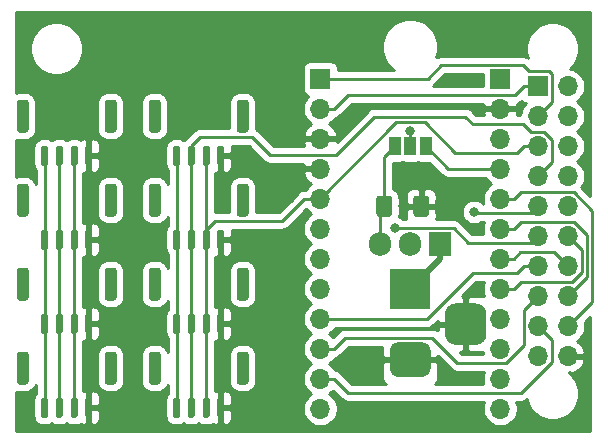
<source format=gbr>
%TF.GenerationSoftware,KiCad,Pcbnew,(5.1.9)-1*%
%TF.CreationDate,2021-08-18T17:12:04+10:00*%
%TF.ProjectId,i2c-master,6932632d-6d61-4737-9465-722e6b696361,rev?*%
%TF.SameCoordinates,Original*%
%TF.FileFunction,Copper,L1,Top*%
%TF.FilePolarity,Positive*%
%FSLAX46Y46*%
G04 Gerber Fmt 4.6, Leading zero omitted, Abs format (unit mm)*
G04 Created by KiCad (PCBNEW (5.1.9)-1) date 2021-08-18 17:12:04*
%MOMM*%
%LPD*%
G01*
G04 APERTURE LIST*
%TA.AperFunction,SMDPad,CuDef*%
%ADD10R,1.000000X1.500000*%
%TD*%
%TA.AperFunction,ComponentPad*%
%ADD11O,1.700000X1.700000*%
%TD*%
%TA.AperFunction,ComponentPad*%
%ADD12R,1.700000X1.700000*%
%TD*%
%TA.AperFunction,ComponentPad*%
%ADD13O,1.905000X2.000000*%
%TD*%
%TA.AperFunction,ComponentPad*%
%ADD14R,1.905000X2.000000*%
%TD*%
%TA.AperFunction,ComponentPad*%
%ADD15R,3.500000X3.500000*%
%TD*%
%TA.AperFunction,ViaPad*%
%ADD16C,0.800000*%
%TD*%
%TA.AperFunction,ViaPad*%
%ADD17C,0.600000*%
%TD*%
%TA.AperFunction,Conductor*%
%ADD18C,0.250000*%
%TD*%
%TA.AperFunction,Conductor*%
%ADD19C,0.500000*%
%TD*%
%TA.AperFunction,Conductor*%
%ADD20C,0.254000*%
%TD*%
%TA.AperFunction,Conductor*%
%ADD21C,0.100000*%
%TD*%
G04 APERTURE END LIST*
%TO.P,J10,MP*%
%TO.N,N/C*%
%TA.AperFunction,SMDPad,CuDef*%
G36*
G01*
X48818000Y-63758000D02*
X48818000Y-61458000D01*
G75*
G02*
X49068000Y-61208000I250000J0D01*
G01*
X49568000Y-61208000D01*
G75*
G02*
X49818000Y-61458000I0J-250000D01*
G01*
X49818000Y-63758000D01*
G75*
G02*
X49568000Y-64008000I-250000J0D01*
G01*
X49068000Y-64008000D01*
G75*
G02*
X48818000Y-63758000I0J250000D01*
G01*
G37*
%TD.AperFunction*%
%TA.AperFunction,SMDPad,CuDef*%
G36*
G01*
X41368000Y-63758000D02*
X41368000Y-61458000D01*
G75*
G02*
X41618000Y-61208000I250000J0D01*
G01*
X42118000Y-61208000D01*
G75*
G02*
X42368000Y-61458000I0J-250000D01*
G01*
X42368000Y-63758000D01*
G75*
G02*
X42118000Y-64008000I-250000J0D01*
G01*
X41618000Y-64008000D01*
G75*
G02*
X41368000Y-63758000I0J250000D01*
G01*
G37*
%TD.AperFunction*%
%TO.P,J10,4*%
%TO.N,GND*%
%TA.AperFunction,SMDPad,CuDef*%
G36*
G01*
X47168000Y-66658000D02*
X47168000Y-65258000D01*
G75*
G02*
X47318000Y-65108000I150000J0D01*
G01*
X47618000Y-65108000D01*
G75*
G02*
X47768000Y-65258000I0J-150000D01*
G01*
X47768000Y-66658000D01*
G75*
G02*
X47618000Y-66808000I-150000J0D01*
G01*
X47318000Y-66808000D01*
G75*
G02*
X47168000Y-66658000I0J150000D01*
G01*
G37*
%TD.AperFunction*%
%TO.P,J10,3*%
%TO.N,IO2-SDA*%
%TA.AperFunction,SMDPad,CuDef*%
G36*
G01*
X45918000Y-66658000D02*
X45918000Y-65258000D01*
G75*
G02*
X46068000Y-65108000I150000J0D01*
G01*
X46368000Y-65108000D01*
G75*
G02*
X46518000Y-65258000I0J-150000D01*
G01*
X46518000Y-66658000D01*
G75*
G02*
X46368000Y-66808000I-150000J0D01*
G01*
X46068000Y-66808000D01*
G75*
G02*
X45918000Y-66658000I0J150000D01*
G01*
G37*
%TD.AperFunction*%
%TO.P,J10,2*%
%TO.N,!IO3-SCL*%
%TA.AperFunction,SMDPad,CuDef*%
G36*
G01*
X44668000Y-66658000D02*
X44668000Y-65258000D01*
G75*
G02*
X44818000Y-65108000I150000J0D01*
G01*
X45118000Y-65108000D01*
G75*
G02*
X45268000Y-65258000I0J-150000D01*
G01*
X45268000Y-66658000D01*
G75*
G02*
X45118000Y-66808000I-150000J0D01*
G01*
X44818000Y-66808000D01*
G75*
G02*
X44668000Y-66658000I0J150000D01*
G01*
G37*
%TD.AperFunction*%
%TO.P,J10,1*%
%TO.N,+5V*%
%TA.AperFunction,SMDPad,CuDef*%
G36*
G01*
X43418000Y-66658000D02*
X43418000Y-65258000D01*
G75*
G02*
X43568000Y-65108000I150000J0D01*
G01*
X43868000Y-65108000D01*
G75*
G02*
X44018000Y-65258000I0J-150000D01*
G01*
X44018000Y-66658000D01*
G75*
G02*
X43868000Y-66808000I-150000J0D01*
G01*
X43568000Y-66808000D01*
G75*
G02*
X43418000Y-66658000I0J150000D01*
G01*
G37*
%TD.AperFunction*%
%TD*%
%TO.P,J9,MP*%
%TO.N,N/C*%
%TA.AperFunction,SMDPad,CuDef*%
G36*
G01*
X48818000Y-56646000D02*
X48818000Y-54346000D01*
G75*
G02*
X49068000Y-54096000I250000J0D01*
G01*
X49568000Y-54096000D01*
G75*
G02*
X49818000Y-54346000I0J-250000D01*
G01*
X49818000Y-56646000D01*
G75*
G02*
X49568000Y-56896000I-250000J0D01*
G01*
X49068000Y-56896000D01*
G75*
G02*
X48818000Y-56646000I0J250000D01*
G01*
G37*
%TD.AperFunction*%
%TA.AperFunction,SMDPad,CuDef*%
G36*
G01*
X41368000Y-56646000D02*
X41368000Y-54346000D01*
G75*
G02*
X41618000Y-54096000I250000J0D01*
G01*
X42118000Y-54096000D01*
G75*
G02*
X42368000Y-54346000I0J-250000D01*
G01*
X42368000Y-56646000D01*
G75*
G02*
X42118000Y-56896000I-250000J0D01*
G01*
X41618000Y-56896000D01*
G75*
G02*
X41368000Y-56646000I0J250000D01*
G01*
G37*
%TD.AperFunction*%
%TO.P,J9,4*%
%TO.N,GND*%
%TA.AperFunction,SMDPad,CuDef*%
G36*
G01*
X47168000Y-59546000D02*
X47168000Y-58146000D01*
G75*
G02*
X47318000Y-57996000I150000J0D01*
G01*
X47618000Y-57996000D01*
G75*
G02*
X47768000Y-58146000I0J-150000D01*
G01*
X47768000Y-59546000D01*
G75*
G02*
X47618000Y-59696000I-150000J0D01*
G01*
X47318000Y-59696000D01*
G75*
G02*
X47168000Y-59546000I0J150000D01*
G01*
G37*
%TD.AperFunction*%
%TO.P,J9,3*%
%TO.N,IO2-SDA*%
%TA.AperFunction,SMDPad,CuDef*%
G36*
G01*
X45918000Y-59546000D02*
X45918000Y-58146000D01*
G75*
G02*
X46068000Y-57996000I150000J0D01*
G01*
X46368000Y-57996000D01*
G75*
G02*
X46518000Y-58146000I0J-150000D01*
G01*
X46518000Y-59546000D01*
G75*
G02*
X46368000Y-59696000I-150000J0D01*
G01*
X46068000Y-59696000D01*
G75*
G02*
X45918000Y-59546000I0J150000D01*
G01*
G37*
%TD.AperFunction*%
%TO.P,J9,2*%
%TO.N,!IO3-SCL*%
%TA.AperFunction,SMDPad,CuDef*%
G36*
G01*
X44668000Y-59546000D02*
X44668000Y-58146000D01*
G75*
G02*
X44818000Y-57996000I150000J0D01*
G01*
X45118000Y-57996000D01*
G75*
G02*
X45268000Y-58146000I0J-150000D01*
G01*
X45268000Y-59546000D01*
G75*
G02*
X45118000Y-59696000I-150000J0D01*
G01*
X44818000Y-59696000D01*
G75*
G02*
X44668000Y-59546000I0J150000D01*
G01*
G37*
%TD.AperFunction*%
%TO.P,J9,1*%
%TO.N,+5V*%
%TA.AperFunction,SMDPad,CuDef*%
G36*
G01*
X43418000Y-59546000D02*
X43418000Y-58146000D01*
G75*
G02*
X43568000Y-57996000I150000J0D01*
G01*
X43868000Y-57996000D01*
G75*
G02*
X44018000Y-58146000I0J-150000D01*
G01*
X44018000Y-59546000D01*
G75*
G02*
X43868000Y-59696000I-150000J0D01*
G01*
X43568000Y-59696000D01*
G75*
G02*
X43418000Y-59546000I0J150000D01*
G01*
G37*
%TD.AperFunction*%
%TD*%
%TO.P,J8,MP*%
%TO.N,N/C*%
%TA.AperFunction,SMDPad,CuDef*%
G36*
G01*
X48818000Y-49534000D02*
X48818000Y-47234000D01*
G75*
G02*
X49068000Y-46984000I250000J0D01*
G01*
X49568000Y-46984000D01*
G75*
G02*
X49818000Y-47234000I0J-250000D01*
G01*
X49818000Y-49534000D01*
G75*
G02*
X49568000Y-49784000I-250000J0D01*
G01*
X49068000Y-49784000D01*
G75*
G02*
X48818000Y-49534000I0J250000D01*
G01*
G37*
%TD.AperFunction*%
%TA.AperFunction,SMDPad,CuDef*%
G36*
G01*
X41368000Y-49534000D02*
X41368000Y-47234000D01*
G75*
G02*
X41618000Y-46984000I250000J0D01*
G01*
X42118000Y-46984000D01*
G75*
G02*
X42368000Y-47234000I0J-250000D01*
G01*
X42368000Y-49534000D01*
G75*
G02*
X42118000Y-49784000I-250000J0D01*
G01*
X41618000Y-49784000D01*
G75*
G02*
X41368000Y-49534000I0J250000D01*
G01*
G37*
%TD.AperFunction*%
%TO.P,J8,4*%
%TO.N,GND*%
%TA.AperFunction,SMDPad,CuDef*%
G36*
G01*
X47168000Y-52434000D02*
X47168000Y-51034000D01*
G75*
G02*
X47318000Y-50884000I150000J0D01*
G01*
X47618000Y-50884000D01*
G75*
G02*
X47768000Y-51034000I0J-150000D01*
G01*
X47768000Y-52434000D01*
G75*
G02*
X47618000Y-52584000I-150000J0D01*
G01*
X47318000Y-52584000D01*
G75*
G02*
X47168000Y-52434000I0J150000D01*
G01*
G37*
%TD.AperFunction*%
%TO.P,J8,3*%
%TO.N,IO2-SDA*%
%TA.AperFunction,SMDPad,CuDef*%
G36*
G01*
X45918000Y-52434000D02*
X45918000Y-51034000D01*
G75*
G02*
X46068000Y-50884000I150000J0D01*
G01*
X46368000Y-50884000D01*
G75*
G02*
X46518000Y-51034000I0J-150000D01*
G01*
X46518000Y-52434000D01*
G75*
G02*
X46368000Y-52584000I-150000J0D01*
G01*
X46068000Y-52584000D01*
G75*
G02*
X45918000Y-52434000I0J150000D01*
G01*
G37*
%TD.AperFunction*%
%TO.P,J8,2*%
%TO.N,!IO3-SCL*%
%TA.AperFunction,SMDPad,CuDef*%
G36*
G01*
X44668000Y-52434000D02*
X44668000Y-51034000D01*
G75*
G02*
X44818000Y-50884000I150000J0D01*
G01*
X45118000Y-50884000D01*
G75*
G02*
X45268000Y-51034000I0J-150000D01*
G01*
X45268000Y-52434000D01*
G75*
G02*
X45118000Y-52584000I-150000J0D01*
G01*
X44818000Y-52584000D01*
G75*
G02*
X44668000Y-52434000I0J150000D01*
G01*
G37*
%TD.AperFunction*%
%TO.P,J8,1*%
%TO.N,+5V*%
%TA.AperFunction,SMDPad,CuDef*%
G36*
G01*
X43418000Y-52434000D02*
X43418000Y-51034000D01*
G75*
G02*
X43568000Y-50884000I150000J0D01*
G01*
X43868000Y-50884000D01*
G75*
G02*
X44018000Y-51034000I0J-150000D01*
G01*
X44018000Y-52434000D01*
G75*
G02*
X43868000Y-52584000I-150000J0D01*
G01*
X43568000Y-52584000D01*
G75*
G02*
X43418000Y-52434000I0J150000D01*
G01*
G37*
%TD.AperFunction*%
%TD*%
%TO.P,J7,MP*%
%TO.N,N/C*%
%TA.AperFunction,SMDPad,CuDef*%
G36*
G01*
X48818000Y-42422000D02*
X48818000Y-40122000D01*
G75*
G02*
X49068000Y-39872000I250000J0D01*
G01*
X49568000Y-39872000D01*
G75*
G02*
X49818000Y-40122000I0J-250000D01*
G01*
X49818000Y-42422000D01*
G75*
G02*
X49568000Y-42672000I-250000J0D01*
G01*
X49068000Y-42672000D01*
G75*
G02*
X48818000Y-42422000I0J250000D01*
G01*
G37*
%TD.AperFunction*%
%TA.AperFunction,SMDPad,CuDef*%
G36*
G01*
X41368000Y-42422000D02*
X41368000Y-40122000D01*
G75*
G02*
X41618000Y-39872000I250000J0D01*
G01*
X42118000Y-39872000D01*
G75*
G02*
X42368000Y-40122000I0J-250000D01*
G01*
X42368000Y-42422000D01*
G75*
G02*
X42118000Y-42672000I-250000J0D01*
G01*
X41618000Y-42672000D01*
G75*
G02*
X41368000Y-42422000I0J250000D01*
G01*
G37*
%TD.AperFunction*%
%TO.P,J7,4*%
%TO.N,GND*%
%TA.AperFunction,SMDPad,CuDef*%
G36*
G01*
X47168000Y-45322000D02*
X47168000Y-43922000D01*
G75*
G02*
X47318000Y-43772000I150000J0D01*
G01*
X47618000Y-43772000D01*
G75*
G02*
X47768000Y-43922000I0J-150000D01*
G01*
X47768000Y-45322000D01*
G75*
G02*
X47618000Y-45472000I-150000J0D01*
G01*
X47318000Y-45472000D01*
G75*
G02*
X47168000Y-45322000I0J150000D01*
G01*
G37*
%TD.AperFunction*%
%TO.P,J7,3*%
%TO.N,IO2-SDA*%
%TA.AperFunction,SMDPad,CuDef*%
G36*
G01*
X45918000Y-45322000D02*
X45918000Y-43922000D01*
G75*
G02*
X46068000Y-43772000I150000J0D01*
G01*
X46368000Y-43772000D01*
G75*
G02*
X46518000Y-43922000I0J-150000D01*
G01*
X46518000Y-45322000D01*
G75*
G02*
X46368000Y-45472000I-150000J0D01*
G01*
X46068000Y-45472000D01*
G75*
G02*
X45918000Y-45322000I0J150000D01*
G01*
G37*
%TD.AperFunction*%
%TO.P,J7,2*%
%TO.N,!IO3-SCL*%
%TA.AperFunction,SMDPad,CuDef*%
G36*
G01*
X44668000Y-45322000D02*
X44668000Y-43922000D01*
G75*
G02*
X44818000Y-43772000I150000J0D01*
G01*
X45118000Y-43772000D01*
G75*
G02*
X45268000Y-43922000I0J-150000D01*
G01*
X45268000Y-45322000D01*
G75*
G02*
X45118000Y-45472000I-150000J0D01*
G01*
X44818000Y-45472000D01*
G75*
G02*
X44668000Y-45322000I0J150000D01*
G01*
G37*
%TD.AperFunction*%
%TO.P,J7,1*%
%TO.N,+5V*%
%TA.AperFunction,SMDPad,CuDef*%
G36*
G01*
X43418000Y-45322000D02*
X43418000Y-43922000D01*
G75*
G02*
X43568000Y-43772000I150000J0D01*
G01*
X43868000Y-43772000D01*
G75*
G02*
X44018000Y-43922000I0J-150000D01*
G01*
X44018000Y-45322000D01*
G75*
G02*
X43868000Y-45472000I-150000J0D01*
G01*
X43568000Y-45472000D01*
G75*
G02*
X43418000Y-45322000I0J150000D01*
G01*
G37*
%TD.AperFunction*%
%TD*%
%TO.P,J5,MP*%
%TO.N,N/C*%
%TA.AperFunction,SMDPad,CuDef*%
G36*
G01*
X37642000Y-63758000D02*
X37642000Y-61458000D01*
G75*
G02*
X37892000Y-61208000I250000J0D01*
G01*
X38392000Y-61208000D01*
G75*
G02*
X38642000Y-61458000I0J-250000D01*
G01*
X38642000Y-63758000D01*
G75*
G02*
X38392000Y-64008000I-250000J0D01*
G01*
X37892000Y-64008000D01*
G75*
G02*
X37642000Y-63758000I0J250000D01*
G01*
G37*
%TD.AperFunction*%
%TA.AperFunction,SMDPad,CuDef*%
G36*
G01*
X30192000Y-63758000D02*
X30192000Y-61458000D01*
G75*
G02*
X30442000Y-61208000I250000J0D01*
G01*
X30942000Y-61208000D01*
G75*
G02*
X31192000Y-61458000I0J-250000D01*
G01*
X31192000Y-63758000D01*
G75*
G02*
X30942000Y-64008000I-250000J0D01*
G01*
X30442000Y-64008000D01*
G75*
G02*
X30192000Y-63758000I0J250000D01*
G01*
G37*
%TD.AperFunction*%
%TO.P,J5,4*%
%TO.N,GND*%
%TA.AperFunction,SMDPad,CuDef*%
G36*
G01*
X35992000Y-66658000D02*
X35992000Y-65258000D01*
G75*
G02*
X36142000Y-65108000I150000J0D01*
G01*
X36442000Y-65108000D01*
G75*
G02*
X36592000Y-65258000I0J-150000D01*
G01*
X36592000Y-66658000D01*
G75*
G02*
X36442000Y-66808000I-150000J0D01*
G01*
X36142000Y-66808000D01*
G75*
G02*
X35992000Y-66658000I0J150000D01*
G01*
G37*
%TD.AperFunction*%
%TO.P,J5,3*%
%TO.N,IO2-SDA*%
%TA.AperFunction,SMDPad,CuDef*%
G36*
G01*
X34742000Y-66658000D02*
X34742000Y-65258000D01*
G75*
G02*
X34892000Y-65108000I150000J0D01*
G01*
X35192000Y-65108000D01*
G75*
G02*
X35342000Y-65258000I0J-150000D01*
G01*
X35342000Y-66658000D01*
G75*
G02*
X35192000Y-66808000I-150000J0D01*
G01*
X34892000Y-66808000D01*
G75*
G02*
X34742000Y-66658000I0J150000D01*
G01*
G37*
%TD.AperFunction*%
%TO.P,J5,2*%
%TO.N,!IO3-SCL*%
%TA.AperFunction,SMDPad,CuDef*%
G36*
G01*
X33492000Y-66658000D02*
X33492000Y-65258000D01*
G75*
G02*
X33642000Y-65108000I150000J0D01*
G01*
X33942000Y-65108000D01*
G75*
G02*
X34092000Y-65258000I0J-150000D01*
G01*
X34092000Y-66658000D01*
G75*
G02*
X33942000Y-66808000I-150000J0D01*
G01*
X33642000Y-66808000D01*
G75*
G02*
X33492000Y-66658000I0J150000D01*
G01*
G37*
%TD.AperFunction*%
%TO.P,J5,1*%
%TO.N,+5V*%
%TA.AperFunction,SMDPad,CuDef*%
G36*
G01*
X32242000Y-66658000D02*
X32242000Y-65258000D01*
G75*
G02*
X32392000Y-65108000I150000J0D01*
G01*
X32692000Y-65108000D01*
G75*
G02*
X32842000Y-65258000I0J-150000D01*
G01*
X32842000Y-66658000D01*
G75*
G02*
X32692000Y-66808000I-150000J0D01*
G01*
X32392000Y-66808000D01*
G75*
G02*
X32242000Y-66658000I0J150000D01*
G01*
G37*
%TD.AperFunction*%
%TD*%
%TO.P,J4,MP*%
%TO.N,N/C*%
%TA.AperFunction,SMDPad,CuDef*%
G36*
G01*
X37642000Y-56646000D02*
X37642000Y-54346000D01*
G75*
G02*
X37892000Y-54096000I250000J0D01*
G01*
X38392000Y-54096000D01*
G75*
G02*
X38642000Y-54346000I0J-250000D01*
G01*
X38642000Y-56646000D01*
G75*
G02*
X38392000Y-56896000I-250000J0D01*
G01*
X37892000Y-56896000D01*
G75*
G02*
X37642000Y-56646000I0J250000D01*
G01*
G37*
%TD.AperFunction*%
%TA.AperFunction,SMDPad,CuDef*%
G36*
G01*
X30192000Y-56646000D02*
X30192000Y-54346000D01*
G75*
G02*
X30442000Y-54096000I250000J0D01*
G01*
X30942000Y-54096000D01*
G75*
G02*
X31192000Y-54346000I0J-250000D01*
G01*
X31192000Y-56646000D01*
G75*
G02*
X30942000Y-56896000I-250000J0D01*
G01*
X30442000Y-56896000D01*
G75*
G02*
X30192000Y-56646000I0J250000D01*
G01*
G37*
%TD.AperFunction*%
%TO.P,J4,4*%
%TO.N,GND*%
%TA.AperFunction,SMDPad,CuDef*%
G36*
G01*
X35992000Y-59546000D02*
X35992000Y-58146000D01*
G75*
G02*
X36142000Y-57996000I150000J0D01*
G01*
X36442000Y-57996000D01*
G75*
G02*
X36592000Y-58146000I0J-150000D01*
G01*
X36592000Y-59546000D01*
G75*
G02*
X36442000Y-59696000I-150000J0D01*
G01*
X36142000Y-59696000D01*
G75*
G02*
X35992000Y-59546000I0J150000D01*
G01*
G37*
%TD.AperFunction*%
%TO.P,J4,3*%
%TO.N,IO2-SDA*%
%TA.AperFunction,SMDPad,CuDef*%
G36*
G01*
X34742000Y-59546000D02*
X34742000Y-58146000D01*
G75*
G02*
X34892000Y-57996000I150000J0D01*
G01*
X35192000Y-57996000D01*
G75*
G02*
X35342000Y-58146000I0J-150000D01*
G01*
X35342000Y-59546000D01*
G75*
G02*
X35192000Y-59696000I-150000J0D01*
G01*
X34892000Y-59696000D01*
G75*
G02*
X34742000Y-59546000I0J150000D01*
G01*
G37*
%TD.AperFunction*%
%TO.P,J4,2*%
%TO.N,!IO3-SCL*%
%TA.AperFunction,SMDPad,CuDef*%
G36*
G01*
X33492000Y-59546000D02*
X33492000Y-58146000D01*
G75*
G02*
X33642000Y-57996000I150000J0D01*
G01*
X33942000Y-57996000D01*
G75*
G02*
X34092000Y-58146000I0J-150000D01*
G01*
X34092000Y-59546000D01*
G75*
G02*
X33942000Y-59696000I-150000J0D01*
G01*
X33642000Y-59696000D01*
G75*
G02*
X33492000Y-59546000I0J150000D01*
G01*
G37*
%TD.AperFunction*%
%TO.P,J4,1*%
%TO.N,+5V*%
%TA.AperFunction,SMDPad,CuDef*%
G36*
G01*
X32242000Y-59546000D02*
X32242000Y-58146000D01*
G75*
G02*
X32392000Y-57996000I150000J0D01*
G01*
X32692000Y-57996000D01*
G75*
G02*
X32842000Y-58146000I0J-150000D01*
G01*
X32842000Y-59546000D01*
G75*
G02*
X32692000Y-59696000I-150000J0D01*
G01*
X32392000Y-59696000D01*
G75*
G02*
X32242000Y-59546000I0J150000D01*
G01*
G37*
%TD.AperFunction*%
%TD*%
%TO.P,J3,MP*%
%TO.N,N/C*%
%TA.AperFunction,SMDPad,CuDef*%
G36*
G01*
X37642000Y-49534000D02*
X37642000Y-47234000D01*
G75*
G02*
X37892000Y-46984000I250000J0D01*
G01*
X38392000Y-46984000D01*
G75*
G02*
X38642000Y-47234000I0J-250000D01*
G01*
X38642000Y-49534000D01*
G75*
G02*
X38392000Y-49784000I-250000J0D01*
G01*
X37892000Y-49784000D01*
G75*
G02*
X37642000Y-49534000I0J250000D01*
G01*
G37*
%TD.AperFunction*%
%TA.AperFunction,SMDPad,CuDef*%
G36*
G01*
X30192000Y-49534000D02*
X30192000Y-47234000D01*
G75*
G02*
X30442000Y-46984000I250000J0D01*
G01*
X30942000Y-46984000D01*
G75*
G02*
X31192000Y-47234000I0J-250000D01*
G01*
X31192000Y-49534000D01*
G75*
G02*
X30942000Y-49784000I-250000J0D01*
G01*
X30442000Y-49784000D01*
G75*
G02*
X30192000Y-49534000I0J250000D01*
G01*
G37*
%TD.AperFunction*%
%TO.P,J3,4*%
%TO.N,GND*%
%TA.AperFunction,SMDPad,CuDef*%
G36*
G01*
X35992000Y-52434000D02*
X35992000Y-51034000D01*
G75*
G02*
X36142000Y-50884000I150000J0D01*
G01*
X36442000Y-50884000D01*
G75*
G02*
X36592000Y-51034000I0J-150000D01*
G01*
X36592000Y-52434000D01*
G75*
G02*
X36442000Y-52584000I-150000J0D01*
G01*
X36142000Y-52584000D01*
G75*
G02*
X35992000Y-52434000I0J150000D01*
G01*
G37*
%TD.AperFunction*%
%TO.P,J3,3*%
%TO.N,IO2-SDA*%
%TA.AperFunction,SMDPad,CuDef*%
G36*
G01*
X34742000Y-52434000D02*
X34742000Y-51034000D01*
G75*
G02*
X34892000Y-50884000I150000J0D01*
G01*
X35192000Y-50884000D01*
G75*
G02*
X35342000Y-51034000I0J-150000D01*
G01*
X35342000Y-52434000D01*
G75*
G02*
X35192000Y-52584000I-150000J0D01*
G01*
X34892000Y-52584000D01*
G75*
G02*
X34742000Y-52434000I0J150000D01*
G01*
G37*
%TD.AperFunction*%
%TO.P,J3,2*%
%TO.N,!IO3-SCL*%
%TA.AperFunction,SMDPad,CuDef*%
G36*
G01*
X33492000Y-52434000D02*
X33492000Y-51034000D01*
G75*
G02*
X33642000Y-50884000I150000J0D01*
G01*
X33942000Y-50884000D01*
G75*
G02*
X34092000Y-51034000I0J-150000D01*
G01*
X34092000Y-52434000D01*
G75*
G02*
X33942000Y-52584000I-150000J0D01*
G01*
X33642000Y-52584000D01*
G75*
G02*
X33492000Y-52434000I0J150000D01*
G01*
G37*
%TD.AperFunction*%
%TO.P,J3,1*%
%TO.N,+5V*%
%TA.AperFunction,SMDPad,CuDef*%
G36*
G01*
X32242000Y-52434000D02*
X32242000Y-51034000D01*
G75*
G02*
X32392000Y-50884000I150000J0D01*
G01*
X32692000Y-50884000D01*
G75*
G02*
X32842000Y-51034000I0J-150000D01*
G01*
X32842000Y-52434000D01*
G75*
G02*
X32692000Y-52584000I-150000J0D01*
G01*
X32392000Y-52584000D01*
G75*
G02*
X32242000Y-52434000I0J150000D01*
G01*
G37*
%TD.AperFunction*%
%TD*%
%TO.P,J2,MP*%
%TO.N,N/C*%
%TA.AperFunction,SMDPad,CuDef*%
G36*
G01*
X37642000Y-42422000D02*
X37642000Y-40122000D01*
G75*
G02*
X37892000Y-39872000I250000J0D01*
G01*
X38392000Y-39872000D01*
G75*
G02*
X38642000Y-40122000I0J-250000D01*
G01*
X38642000Y-42422000D01*
G75*
G02*
X38392000Y-42672000I-250000J0D01*
G01*
X37892000Y-42672000D01*
G75*
G02*
X37642000Y-42422000I0J250000D01*
G01*
G37*
%TD.AperFunction*%
%TA.AperFunction,SMDPad,CuDef*%
G36*
G01*
X30192000Y-42422000D02*
X30192000Y-40122000D01*
G75*
G02*
X30442000Y-39872000I250000J0D01*
G01*
X30942000Y-39872000D01*
G75*
G02*
X31192000Y-40122000I0J-250000D01*
G01*
X31192000Y-42422000D01*
G75*
G02*
X30942000Y-42672000I-250000J0D01*
G01*
X30442000Y-42672000D01*
G75*
G02*
X30192000Y-42422000I0J250000D01*
G01*
G37*
%TD.AperFunction*%
%TO.P,J2,4*%
%TO.N,GND*%
%TA.AperFunction,SMDPad,CuDef*%
G36*
G01*
X35992000Y-45322000D02*
X35992000Y-43922000D01*
G75*
G02*
X36142000Y-43772000I150000J0D01*
G01*
X36442000Y-43772000D01*
G75*
G02*
X36592000Y-43922000I0J-150000D01*
G01*
X36592000Y-45322000D01*
G75*
G02*
X36442000Y-45472000I-150000J0D01*
G01*
X36142000Y-45472000D01*
G75*
G02*
X35992000Y-45322000I0J150000D01*
G01*
G37*
%TD.AperFunction*%
%TO.P,J2,3*%
%TO.N,IO2-SDA*%
%TA.AperFunction,SMDPad,CuDef*%
G36*
G01*
X34742000Y-45322000D02*
X34742000Y-43922000D01*
G75*
G02*
X34892000Y-43772000I150000J0D01*
G01*
X35192000Y-43772000D01*
G75*
G02*
X35342000Y-43922000I0J-150000D01*
G01*
X35342000Y-45322000D01*
G75*
G02*
X35192000Y-45472000I-150000J0D01*
G01*
X34892000Y-45472000D01*
G75*
G02*
X34742000Y-45322000I0J150000D01*
G01*
G37*
%TD.AperFunction*%
%TO.P,J2,2*%
%TO.N,!IO3-SCL*%
%TA.AperFunction,SMDPad,CuDef*%
G36*
G01*
X33492000Y-45322000D02*
X33492000Y-43922000D01*
G75*
G02*
X33642000Y-43772000I150000J0D01*
G01*
X33942000Y-43772000D01*
G75*
G02*
X34092000Y-43922000I0J-150000D01*
G01*
X34092000Y-45322000D01*
G75*
G02*
X33942000Y-45472000I-150000J0D01*
G01*
X33642000Y-45472000D01*
G75*
G02*
X33492000Y-45322000I0J150000D01*
G01*
G37*
%TD.AperFunction*%
%TO.P,J2,1*%
%TO.N,+5V*%
%TA.AperFunction,SMDPad,CuDef*%
G36*
G01*
X32242000Y-45322000D02*
X32242000Y-43922000D01*
G75*
G02*
X32392000Y-43772000I150000J0D01*
G01*
X32692000Y-43772000D01*
G75*
G02*
X32842000Y-43922000I0J-150000D01*
G01*
X32842000Y-45322000D01*
G75*
G02*
X32692000Y-45472000I-150000J0D01*
G01*
X32392000Y-45472000D01*
G75*
G02*
X32242000Y-45322000I0J150000D01*
G01*
G37*
%TD.AperFunction*%
%TD*%
D10*
%TO.P,5V,1*%
%TO.N,VCC*%
X64800000Y-43815000D03*
%TO.P,5V,2*%
%TO.N,+5V*%
X63500000Y-43815000D03*
%TO.P,5V,3*%
%TO.N,Net-(C1-Pad1)*%
X62200000Y-43815000D03*
%TD*%
%TO.P,C1,2*%
%TO.N,GND*%
%TA.AperFunction,SMDPad,CuDef*%
G36*
G01*
X63765000Y-49545002D02*
X63765000Y-48244998D01*
G75*
G02*
X64014998Y-47995000I249998J0D01*
G01*
X64840002Y-47995000D01*
G75*
G02*
X65090000Y-48244998I0J-249998D01*
G01*
X65090000Y-49545002D01*
G75*
G02*
X64840002Y-49795000I-249998J0D01*
G01*
X64014998Y-49795000D01*
G75*
G02*
X63765000Y-49545002I0J249998D01*
G01*
G37*
%TD.AperFunction*%
%TO.P,C1,1*%
%TO.N,Net-(C1-Pad1)*%
%TA.AperFunction,SMDPad,CuDef*%
G36*
G01*
X60640000Y-49545002D02*
X60640000Y-48244998D01*
G75*
G02*
X60889998Y-47995000I249998J0D01*
G01*
X61715002Y-47995000D01*
G75*
G02*
X61965000Y-48244998I0J-249998D01*
G01*
X61965000Y-49545002D01*
G75*
G02*
X61715002Y-49795000I-249998J0D01*
G01*
X60889998Y-49795000D01*
G75*
G02*
X60640000Y-49545002I0J249998D01*
G01*
G37*
%TD.AperFunction*%
%TD*%
D11*
%TO.P,J12,20*%
%TO.N,GND*%
X76835000Y-61595000D03*
%TO.P,J12,19*%
%TO.N,VCC*%
X74295000Y-61595000D03*
%TO.P,J12,18*%
%TO.N,IO21-A3*%
X76835000Y-59055000D03*
%TO.P,J12,17*%
%TO.N,IO8-A8*%
X74295000Y-59055000D03*
%TO.P,J12,16*%
%TO.N,IO20-A2*%
X76835000Y-56515000D03*
%TO.P,J12,15*%
%TO.N,IO7*%
X74295000Y-56515000D03*
%TO.P,J12,14*%
%TO.N,IO19-A1*%
X76835000Y-53975000D03*
%TO.P,J12,13*%
%TO.N,!IO6-A7*%
X74295000Y-53975000D03*
%TO.P,J12,12*%
%TO.N,IO18-A0*%
X76835000Y-51435000D03*
%TO.P,J12,11*%
%TO.N,!IO5*%
X74295000Y-51435000D03*
%TO.P,J12,10*%
%TO.N,IO16-MOSI*%
X76835000Y-48895000D03*
%TO.P,J12,9*%
%TO.N,IO4-A6*%
X74295000Y-48895000D03*
%TO.P,J12,8*%
%TO.N,IO15-SCK*%
X76835000Y-46355000D03*
%TO.P,J12,7*%
%TO.N,!IO3-SCL*%
X74295000Y-46355000D03*
%TO.P,J12,6*%
%TO.N,IO14-MISO*%
X76835000Y-43815000D03*
%TO.P,J12,5*%
%TO.N,IO2-SDA*%
X74295000Y-43815000D03*
%TO.P,J12,4*%
%TO.N,!IO10-A10*%
X76835000Y-41275000D03*
%TO.P,J12,3*%
%TO.N,IO1-TX*%
X74295000Y-41275000D03*
%TO.P,J12,2*%
%TO.N,!IO9-A9*%
X76835000Y-38735000D03*
D12*
%TO.P,J12,1*%
%TO.N,IO0-RX*%
X74295000Y-38735000D03*
%TD*%
D13*
%TO.P,U1,3*%
%TO.N,Net-(C1-Pad1)*%
X60960000Y-52070000D03*
%TO.P,U1,2*%
%TO.N,GND*%
X63500000Y-52070000D03*
D14*
%TO.P,U1,1*%
%TO.N,VIN*%
X66040000Y-52070000D03*
%TD*%
%TO.P,J11,3*%
%TO.N,GND*%
%TA.AperFunction,ComponentPad*%
G36*
G01*
X69075000Y-60630000D02*
X67325000Y-60630000D01*
G75*
G02*
X66450000Y-59755000I0J875000D01*
G01*
X66450000Y-58005000D01*
G75*
G02*
X67325000Y-57130000I875000J0D01*
G01*
X69075000Y-57130000D01*
G75*
G02*
X69950000Y-58005000I0J-875000D01*
G01*
X69950000Y-59755000D01*
G75*
G02*
X69075000Y-60630000I-875000J0D01*
G01*
G37*
%TD.AperFunction*%
%TO.P,J11,2*%
%TA.AperFunction,ComponentPad*%
G36*
G01*
X64500000Y-63380000D02*
X62500000Y-63380000D01*
G75*
G02*
X61750000Y-62630000I0J750000D01*
G01*
X61750000Y-61130000D01*
G75*
G02*
X62500000Y-60380000I750000J0D01*
G01*
X64500000Y-60380000D01*
G75*
G02*
X65250000Y-61130000I0J-750000D01*
G01*
X65250000Y-62630000D01*
G75*
G02*
X64500000Y-63380000I-750000J0D01*
G01*
G37*
%TD.AperFunction*%
D15*
%TO.P,J11,1*%
%TO.N,VIN*%
X63500000Y-55880000D03*
%TD*%
D11*
%TO.P,J6,12*%
%TO.N,!IO10-A10*%
X71120000Y-66040000D03*
%TO.P,J6,11*%
%TO.N,IO16-MOSI*%
X71120000Y-63500000D03*
%TO.P,J6,10*%
%TO.N,IO14-MISO*%
X71120000Y-60960000D03*
%TO.P,J6,9*%
%TO.N,IO15-SCK*%
X71120000Y-58420000D03*
%TO.P,J6,8*%
%TO.N,IO18-A0*%
X71120000Y-55880000D03*
%TO.P,J6,7*%
%TO.N,IO19-A1*%
X71120000Y-53340000D03*
%TO.P,J6,6*%
%TO.N,IO20-A2*%
X71120000Y-50800000D03*
%TO.P,J6,5*%
%TO.N,IO21-A3*%
X71120000Y-48260000D03*
%TO.P,J6,4*%
%TO.N,VCC*%
X71120000Y-45720000D03*
%TO.P,J6,3*%
%TO.N,RST*%
X71120000Y-43180000D03*
%TO.P,J6,2*%
%TO.N,GND*%
X71120000Y-40640000D03*
D12*
%TO.P,J6,1*%
%TO.N,VIN*%
X71120000Y-38100000D03*
%TD*%
D11*
%TO.P,J1,12*%
%TO.N,!IO9-A9*%
X55880000Y-66040000D03*
%TO.P,J1,11*%
%TO.N,IO8-A8*%
X55880000Y-63500000D03*
%TO.P,J1,10*%
%TO.N,IO7*%
X55880000Y-60960000D03*
%TO.P,J1,9*%
%TO.N,!IO6-A7*%
X55880000Y-58420000D03*
%TO.P,J1,8*%
%TO.N,!IO5*%
X55880000Y-55880000D03*
%TO.P,J1,7*%
%TO.N,IO4-A6*%
X55880000Y-53340000D03*
%TO.P,J1,6*%
%TO.N,!IO3-SCL*%
X55880000Y-50800000D03*
%TO.P,J1,5*%
%TO.N,IO2-SDA*%
X55880000Y-48260000D03*
%TO.P,J1,4*%
%TO.N,GND*%
X55880000Y-45720000D03*
%TO.P,J1,3*%
X55880000Y-43180000D03*
%TO.P,J1,2*%
%TO.N,IO0-RX*%
X55880000Y-40640000D03*
D12*
%TO.P,J1,1*%
%TO.N,IO1-TX*%
X55880000Y-38100000D03*
%TD*%
D16*
%TO.N,!IO5*%
X62230000Y-50757000D03*
%TO.N,IO4-A6*%
X68885100Y-49372600D03*
D17*
%TO.N,!IO3-SCL*%
X44978000Y-51734000D03*
X33802000Y-51734000D03*
%TO.N,IO2-SDA*%
X46228000Y-58846000D03*
X35052000Y-58846000D03*
D16*
%TO.N,GND*%
X68580000Y-66040000D03*
X68580000Y-38100000D03*
X53340000Y-60960000D03*
X53340000Y-38100000D03*
X53340000Y-55880000D03*
X53340000Y-66040000D03*
X53340000Y-48260000D03*
X53340000Y-43180000D03*
X62865000Y-48895000D03*
X64770000Y-45720000D03*
D17*
%TO.N,+5V*%
X43728000Y-44622000D03*
D16*
X63500000Y-42545000D03*
D17*
X32552000Y-44622000D03*
%TD*%
D18*
%TO.N,IO8-A8*%
X55880000Y-63500000D02*
X57055300Y-63500000D01*
X57055300Y-63500000D02*
X58249200Y-64693900D01*
X58249200Y-64693900D02*
X72858400Y-64693900D01*
X72858400Y-64693900D02*
X75470300Y-62082000D01*
X75470300Y-60230300D02*
X75470300Y-62082000D01*
X74295000Y-59055000D02*
X75470300Y-60230300D01*
%TO.N,IO7*%
X57055300Y-60960000D02*
X55880000Y-60960000D01*
X57988900Y-60026400D02*
X57055300Y-60960000D01*
X65367600Y-60026400D02*
X57988900Y-60026400D01*
X67481300Y-62140100D02*
X65367600Y-60026400D01*
X73119700Y-60630100D02*
X71609700Y-62140100D01*
X71609700Y-62140100D02*
X67481300Y-62140100D01*
X73119700Y-57690300D02*
X73119700Y-60630100D01*
X74295000Y-56515000D02*
X73119700Y-57690300D01*
%TO.N,!IO6-A7*%
X73119700Y-53975000D02*
X72536300Y-54558400D01*
X72536300Y-54558400D02*
X68791800Y-54558400D01*
X68791800Y-54558400D02*
X64930200Y-58420000D01*
X64930200Y-58420000D02*
X55880000Y-58420000D01*
X74295000Y-53975000D02*
X73119700Y-53975000D01*
%TO.N,!IO5*%
X73752300Y-51977700D02*
X74295000Y-51435000D01*
X67186900Y-50744600D02*
X68420000Y-51977700D01*
X62242400Y-50744600D02*
X67186900Y-50744600D01*
X68420000Y-51977700D02*
X73752300Y-51977700D01*
X62230000Y-50757000D02*
X62242400Y-50744600D01*
%TO.N,IO4-A6*%
X73738700Y-49451300D02*
X74295000Y-48895000D01*
X68963800Y-49451300D02*
X73738700Y-49451300D01*
X68885100Y-49372600D02*
X68963800Y-49451300D01*
%TO.N,!IO3-SCL*%
X75470300Y-43289300D02*
X74820600Y-42639600D01*
X74295000Y-46355000D02*
X75470300Y-45179700D01*
X74820600Y-42639600D02*
X73759400Y-42639600D01*
X73759400Y-42639600D02*
X73029800Y-41910000D01*
X75470300Y-45179700D02*
X75470300Y-43289300D01*
X60454500Y-41311200D02*
X57221100Y-44544600D01*
X68180200Y-41311200D02*
X60454500Y-41311200D01*
X73029800Y-41910000D02*
X68779000Y-41910000D01*
X68779000Y-41910000D02*
X68180200Y-41311200D01*
X33802000Y-65958000D02*
X33802000Y-51923000D01*
X44978000Y-65958000D02*
X44978000Y-44622000D01*
X33802000Y-51923000D02*
X33802000Y-44622000D01*
X44978000Y-44350232D02*
X44978000Y-44622000D01*
X57221100Y-44544600D02*
X51637410Y-44544600D01*
X44968000Y-43772000D02*
X45687000Y-43053000D01*
X44968000Y-44622000D02*
X44968000Y-43772000D01*
X50145810Y-43053000D02*
X51637410Y-44544600D01*
X45687000Y-43053000D02*
X50145810Y-43053000D01*
%TO.N,IO2-SDA*%
X73119700Y-43815000D02*
X74295000Y-43815000D01*
X72564100Y-44370600D02*
X73119700Y-43815000D01*
X64720300Y-41802900D02*
X67288000Y-44370600D01*
X67288000Y-44370600D02*
X72564100Y-44370600D01*
X62337100Y-41802900D02*
X64720300Y-41802900D01*
X55880000Y-48260000D02*
X62337100Y-41802900D01*
X35052000Y-52005768D02*
X35052000Y-58928000D01*
X35052000Y-44622000D02*
X35052000Y-52005768D01*
X46228000Y-44622000D02*
X46228000Y-65958000D01*
X35052000Y-58928000D02*
X35052000Y-65958000D01*
X46228000Y-44350232D02*
X46228000Y-44622000D01*
X55880000Y-48260000D02*
X54524178Y-48260000D01*
X52675168Y-50109010D02*
X54524178Y-48260000D01*
X46992990Y-50109010D02*
X52675168Y-50109010D01*
X46218000Y-50884000D02*
X46992990Y-50109010D01*
X46218000Y-51734000D02*
X46218000Y-50884000D01*
%TO.N,IO0-RX*%
X74295000Y-38735000D02*
X73119700Y-38735000D01*
X55880000Y-40640000D02*
X57055300Y-40640000D01*
X57055300Y-40640000D02*
X58230600Y-39464700D01*
X58230600Y-39464700D02*
X72390000Y-39464700D01*
X72390000Y-39464700D02*
X73119700Y-38735000D01*
%TO.N,IO1-TX*%
X66149700Y-36924600D02*
X64974300Y-38100000D01*
X73009400Y-36924600D02*
X66149700Y-36924600D01*
X73570200Y-37485400D02*
X73009400Y-36924600D01*
X75470300Y-37715700D02*
X75240000Y-37485400D01*
X75240000Y-37485400D02*
X73570200Y-37485400D01*
X75470300Y-40099700D02*
X75470300Y-37715700D01*
X64974300Y-38100000D02*
X55880000Y-38100000D01*
X74295000Y-41275000D02*
X75470300Y-40099700D01*
%TO.N,+5V*%
X63500000Y-42545000D02*
X63500000Y-43815000D01*
X32552000Y-44622000D02*
X32552000Y-65958000D01*
X43728000Y-65958000D02*
X43728000Y-44622000D01*
%TO.N,IO18-A0*%
X72295300Y-55880000D02*
X71120000Y-55880000D01*
X72878700Y-55296600D02*
X72295300Y-55880000D01*
X77194400Y-55296600D02*
X72878700Y-55296600D01*
X78010300Y-54480700D02*
X77194400Y-55296600D01*
X78010300Y-52610300D02*
X78010300Y-54480700D01*
X76835000Y-51435000D02*
X78010300Y-52610300D01*
%TO.N,IO19-A1*%
X75659700Y-52799700D02*
X76835000Y-53975000D01*
X72835600Y-52799700D02*
X75659700Y-52799700D01*
X72295300Y-53340000D02*
X72835600Y-52799700D01*
X71120000Y-53340000D02*
X72295300Y-53340000D01*
%TO.N,IO20-A2*%
X71120000Y-50800000D02*
X72295300Y-50800000D01*
X72295300Y-50800000D02*
X72850900Y-50244400D01*
X72850900Y-50244400D02*
X77363400Y-50244400D01*
X77363400Y-50244400D02*
X78468600Y-51349600D01*
X78468600Y-51349600D02*
X78468600Y-54881400D01*
X78468600Y-54881400D02*
X76835000Y-56515000D01*
%TO.N,IO21-A3*%
X72295300Y-48260000D02*
X71120000Y-48260000D01*
X72850900Y-47704400D02*
X72295300Y-48260000D01*
X77354100Y-47704400D02*
X72850900Y-47704400D01*
X78919000Y-49269300D02*
X77354100Y-47704400D01*
X78919000Y-56971000D02*
X78919000Y-49269300D01*
X76835000Y-59055000D02*
X78919000Y-56971000D01*
%TO.N,VCC*%
X64800000Y-43815000D02*
X66705000Y-45720000D01*
X66705000Y-45720000D02*
X71120000Y-45720000D01*
D19*
%TO.N,VIN*%
X66040000Y-52070000D02*
X66040000Y-53340000D01*
X66040000Y-53340000D02*
X63500000Y-55880000D01*
D18*
%TO.N,Net-(C1-Pad1)*%
X60960000Y-49237500D02*
X61302500Y-48895000D01*
X60960000Y-52070000D02*
X60960000Y-49237500D01*
X61302500Y-44712500D02*
X62200000Y-43815000D01*
X61302500Y-48895000D02*
X61302500Y-44712500D01*
%TD*%
D20*
%TO.N,GND*%
X78715001Y-47990499D02*
X78003559Y-47279058D01*
X78150990Y-47058411D01*
X78262932Y-46788158D01*
X78320000Y-46501260D01*
X78320000Y-46208740D01*
X78262932Y-45921842D01*
X78150990Y-45651589D01*
X77988475Y-45408368D01*
X77781632Y-45201525D01*
X77607240Y-45085000D01*
X77781632Y-44968475D01*
X77988475Y-44761632D01*
X78150990Y-44518411D01*
X78262932Y-44248158D01*
X78320000Y-43961260D01*
X78320000Y-43668740D01*
X78262932Y-43381842D01*
X78150990Y-43111589D01*
X77988475Y-42868368D01*
X77781632Y-42661525D01*
X77607240Y-42545000D01*
X77781632Y-42428475D01*
X77988475Y-42221632D01*
X78150990Y-41978411D01*
X78262932Y-41708158D01*
X78320000Y-41421260D01*
X78320000Y-41128740D01*
X78262932Y-40841842D01*
X78150990Y-40571589D01*
X77988475Y-40328368D01*
X77781632Y-40121525D01*
X77607240Y-40005000D01*
X77781632Y-39888475D01*
X77988475Y-39681632D01*
X78150990Y-39438411D01*
X78262932Y-39168158D01*
X78320000Y-38881260D01*
X78320000Y-38588740D01*
X78262932Y-38301842D01*
X78150990Y-38031589D01*
X77988475Y-37788368D01*
X77781632Y-37581525D01*
X77538411Y-37419010D01*
X77268158Y-37307068D01*
X77026724Y-37259043D01*
X77301038Y-36984729D01*
X77545631Y-36618669D01*
X77714110Y-36211925D01*
X77800000Y-35780128D01*
X77800000Y-35339872D01*
X77714110Y-34908075D01*
X77545631Y-34501331D01*
X77301038Y-34135271D01*
X76989729Y-33823962D01*
X76623669Y-33579369D01*
X76216925Y-33410890D01*
X75785128Y-33325000D01*
X75344872Y-33325000D01*
X74913075Y-33410890D01*
X74506331Y-33579369D01*
X74140271Y-33823962D01*
X73828962Y-34135271D01*
X73584369Y-34501331D01*
X73415890Y-34908075D01*
X73330000Y-35339872D01*
X73330000Y-35780128D01*
X73415890Y-36211925D01*
X73455490Y-36307529D01*
X73433676Y-36289626D01*
X73301647Y-36219054D01*
X73158386Y-36175597D01*
X73046733Y-36164600D01*
X73046722Y-36164600D01*
X73009400Y-36160924D01*
X72972078Y-36164600D01*
X66187033Y-36164600D01*
X66149700Y-36160923D01*
X66112367Y-36164600D01*
X66000714Y-36175597D01*
X65857453Y-36219054D01*
X65725424Y-36289626D01*
X65712893Y-36299910D01*
X65793346Y-36105679D01*
X65885000Y-35644902D01*
X65885000Y-35175098D01*
X65793346Y-34714321D01*
X65613560Y-34280279D01*
X65352550Y-33889651D01*
X65020349Y-33557450D01*
X64629721Y-33296440D01*
X64195679Y-33116654D01*
X63734902Y-33025000D01*
X63265098Y-33025000D01*
X62804321Y-33116654D01*
X62370279Y-33296440D01*
X61979651Y-33557450D01*
X61647450Y-33889651D01*
X61386440Y-34280279D01*
X61206654Y-34714321D01*
X61115000Y-35175098D01*
X61115000Y-35644902D01*
X61206654Y-36105679D01*
X61386440Y-36539721D01*
X61647450Y-36930349D01*
X61979651Y-37262550D01*
X62095563Y-37340000D01*
X57368072Y-37340000D01*
X57368072Y-37250000D01*
X57355812Y-37125518D01*
X57319502Y-37005820D01*
X57260537Y-36895506D01*
X57181185Y-36798815D01*
X57084494Y-36719463D01*
X56974180Y-36660498D01*
X56854482Y-36624188D01*
X56730000Y-36611928D01*
X55030000Y-36611928D01*
X54905518Y-36624188D01*
X54785820Y-36660498D01*
X54675506Y-36719463D01*
X54578815Y-36798815D01*
X54499463Y-36895506D01*
X54440498Y-37005820D01*
X54404188Y-37125518D01*
X54391928Y-37250000D01*
X54391928Y-38950000D01*
X54404188Y-39074482D01*
X54440498Y-39194180D01*
X54499463Y-39304494D01*
X54578815Y-39401185D01*
X54675506Y-39480537D01*
X54785820Y-39539502D01*
X54858380Y-39561513D01*
X54726525Y-39693368D01*
X54564010Y-39936589D01*
X54452068Y-40206842D01*
X54395000Y-40493740D01*
X54395000Y-40786260D01*
X54452068Y-41073158D01*
X54564010Y-41343411D01*
X54726525Y-41586632D01*
X54933368Y-41793475D01*
X55115534Y-41915195D01*
X54998645Y-41984822D01*
X54782412Y-42179731D01*
X54608359Y-42413080D01*
X54483175Y-42675901D01*
X54438524Y-42823110D01*
X54559845Y-43053000D01*
X55753000Y-43053000D01*
X55753000Y-43033000D01*
X56007000Y-43033000D01*
X56007000Y-43053000D01*
X57200155Y-43053000D01*
X57321476Y-42823110D01*
X57276825Y-42675901D01*
X57151641Y-42413080D01*
X56977588Y-42179731D01*
X56761355Y-41984822D01*
X56644466Y-41915195D01*
X56826632Y-41793475D01*
X57033475Y-41586632D01*
X57162796Y-41393089D01*
X57204286Y-41389003D01*
X57347547Y-41345546D01*
X57479576Y-41274974D01*
X57595301Y-41180001D01*
X57619104Y-41150997D01*
X58545402Y-40224700D01*
X69696241Y-40224700D01*
X69678524Y-40283110D01*
X69799845Y-40513000D01*
X70993000Y-40513000D01*
X70993000Y-40493000D01*
X71247000Y-40493000D01*
X71247000Y-40513000D01*
X72440155Y-40513000D01*
X72561476Y-40283110D01*
X72540303Y-40213304D01*
X72682247Y-40170246D01*
X72814276Y-40099674D01*
X72930001Y-40004701D01*
X72948989Y-39981564D01*
X72993815Y-40036185D01*
X73090506Y-40115537D01*
X73200820Y-40174502D01*
X73273380Y-40196513D01*
X73141525Y-40328368D01*
X72979010Y-40571589D01*
X72867068Y-40841842D01*
X72810000Y-41128740D01*
X72810000Y-41150000D01*
X72514014Y-41150000D01*
X72516825Y-41144099D01*
X72561476Y-40996890D01*
X72440155Y-40767000D01*
X71247000Y-40767000D01*
X71247000Y-40787000D01*
X70993000Y-40787000D01*
X70993000Y-40767000D01*
X69799845Y-40767000D01*
X69678524Y-40996890D01*
X69723175Y-41144099D01*
X69725986Y-41150000D01*
X69093802Y-41150000D01*
X68744003Y-40800202D01*
X68720201Y-40771199D01*
X68604476Y-40676226D01*
X68472447Y-40605654D01*
X68329186Y-40562197D01*
X68217533Y-40551200D01*
X68217522Y-40551200D01*
X68180200Y-40547524D01*
X68142878Y-40551200D01*
X60491822Y-40551200D01*
X60454499Y-40547524D01*
X60417176Y-40551200D01*
X60417167Y-40551200D01*
X60305514Y-40562197D01*
X60162253Y-40605654D01*
X60030223Y-40676226D01*
X59959005Y-40734674D01*
X59914499Y-40771199D01*
X59890701Y-40800197D01*
X57263627Y-43427272D01*
X57200155Y-43307000D01*
X56007000Y-43307000D01*
X56007000Y-43327000D01*
X55753000Y-43327000D01*
X55753000Y-43307000D01*
X54559845Y-43307000D01*
X54438524Y-43536890D01*
X54483175Y-43684099D01*
X54531045Y-43784600D01*
X51952212Y-43784600D01*
X50709614Y-42542003D01*
X50685811Y-42512999D01*
X50570086Y-42418026D01*
X50456072Y-42357083D01*
X50456072Y-40122000D01*
X50439008Y-39948746D01*
X50388472Y-39782150D01*
X50306405Y-39628614D01*
X50195962Y-39494038D01*
X50061386Y-39383595D01*
X49907850Y-39301528D01*
X49741254Y-39250992D01*
X49568000Y-39233928D01*
X49068000Y-39233928D01*
X48894746Y-39250992D01*
X48728150Y-39301528D01*
X48574614Y-39383595D01*
X48440038Y-39494038D01*
X48329595Y-39628614D01*
X48247528Y-39782150D01*
X48196992Y-39948746D01*
X48179928Y-40122000D01*
X48179928Y-42293000D01*
X45724333Y-42293000D01*
X45687000Y-42289323D01*
X45649667Y-42293000D01*
X45538014Y-42303997D01*
X45394753Y-42347454D01*
X45262724Y-42418026D01*
X45146999Y-42512999D01*
X45123201Y-42541998D01*
X44456998Y-43208201D01*
X44428000Y-43231999D01*
X44414582Y-43248349D01*
X44380171Y-43266742D01*
X44343000Y-43297247D01*
X44305829Y-43266742D01*
X44169582Y-43193916D01*
X44021745Y-43149071D01*
X43868000Y-43133928D01*
X43568000Y-43133928D01*
X43414255Y-43149071D01*
X43266418Y-43193916D01*
X43130171Y-43266742D01*
X43010749Y-43364749D01*
X42912742Y-43484171D01*
X42839916Y-43620418D01*
X42795071Y-43768255D01*
X42779928Y-43922000D01*
X42779928Y-45322000D01*
X42795071Y-45475745D01*
X42839916Y-45623582D01*
X42912742Y-45759829D01*
X42968001Y-45827162D01*
X42968001Y-46991494D01*
X42938472Y-46894150D01*
X42856405Y-46740614D01*
X42745962Y-46606038D01*
X42611386Y-46495595D01*
X42457850Y-46413528D01*
X42291254Y-46362992D01*
X42118000Y-46345928D01*
X41618000Y-46345928D01*
X41444746Y-46362992D01*
X41278150Y-46413528D01*
X41124614Y-46495595D01*
X40990038Y-46606038D01*
X40879595Y-46740614D01*
X40797528Y-46894150D01*
X40746992Y-47060746D01*
X40729928Y-47234000D01*
X40729928Y-49534000D01*
X40746992Y-49707254D01*
X40797528Y-49873850D01*
X40879595Y-50027386D01*
X40990038Y-50161962D01*
X41124614Y-50272405D01*
X41278150Y-50354472D01*
X41444746Y-50405008D01*
X41618000Y-50422072D01*
X42118000Y-50422072D01*
X42291254Y-50405008D01*
X42457850Y-50354472D01*
X42611386Y-50272405D01*
X42745962Y-50161962D01*
X42856405Y-50027386D01*
X42938472Y-49873850D01*
X42968001Y-49776506D01*
X42968001Y-50528838D01*
X42912742Y-50596171D01*
X42839916Y-50732418D01*
X42795071Y-50880255D01*
X42779928Y-51034000D01*
X42779928Y-52434000D01*
X42795071Y-52587745D01*
X42839916Y-52735582D01*
X42912742Y-52871829D01*
X42968001Y-52939162D01*
X42968001Y-54103493D01*
X42938472Y-54006150D01*
X42856405Y-53852614D01*
X42745962Y-53718038D01*
X42611386Y-53607595D01*
X42457850Y-53525528D01*
X42291254Y-53474992D01*
X42118000Y-53457928D01*
X41618000Y-53457928D01*
X41444746Y-53474992D01*
X41278150Y-53525528D01*
X41124614Y-53607595D01*
X40990038Y-53718038D01*
X40879595Y-53852614D01*
X40797528Y-54006150D01*
X40746992Y-54172746D01*
X40729928Y-54346000D01*
X40729928Y-56646000D01*
X40746992Y-56819254D01*
X40797528Y-56985850D01*
X40879595Y-57139386D01*
X40990038Y-57273962D01*
X41124614Y-57384405D01*
X41278150Y-57466472D01*
X41444746Y-57517008D01*
X41618000Y-57534072D01*
X42118000Y-57534072D01*
X42291254Y-57517008D01*
X42457850Y-57466472D01*
X42611386Y-57384405D01*
X42745962Y-57273962D01*
X42856405Y-57139386D01*
X42938472Y-56985850D01*
X42968000Y-56888507D01*
X42968000Y-57640838D01*
X42912742Y-57708171D01*
X42839916Y-57844418D01*
X42795071Y-57992255D01*
X42779928Y-58146000D01*
X42779928Y-59546000D01*
X42795071Y-59699745D01*
X42839916Y-59847582D01*
X42912742Y-59983829D01*
X42968000Y-60051161D01*
X42968000Y-61215492D01*
X42938472Y-61118150D01*
X42856405Y-60964614D01*
X42745962Y-60830038D01*
X42611386Y-60719595D01*
X42457850Y-60637528D01*
X42291254Y-60586992D01*
X42118000Y-60569928D01*
X41618000Y-60569928D01*
X41444746Y-60586992D01*
X41278150Y-60637528D01*
X41124614Y-60719595D01*
X40990038Y-60830038D01*
X40879595Y-60964614D01*
X40797528Y-61118150D01*
X40746992Y-61284746D01*
X40729928Y-61458000D01*
X40729928Y-63758000D01*
X40746992Y-63931254D01*
X40797528Y-64097850D01*
X40879595Y-64251386D01*
X40990038Y-64385962D01*
X41124614Y-64496405D01*
X41278150Y-64578472D01*
X41444746Y-64629008D01*
X41618000Y-64646072D01*
X42118000Y-64646072D01*
X42291254Y-64629008D01*
X42457850Y-64578472D01*
X42611386Y-64496405D01*
X42745962Y-64385962D01*
X42856405Y-64251386D01*
X42938472Y-64097850D01*
X42968000Y-64000508D01*
X42968000Y-64752839D01*
X42912742Y-64820171D01*
X42839916Y-64956418D01*
X42795071Y-65104255D01*
X42779928Y-65258000D01*
X42779928Y-66658000D01*
X42795071Y-66811745D01*
X42839916Y-66959582D01*
X42912742Y-67095829D01*
X43010749Y-67215251D01*
X43130171Y-67313258D01*
X43266418Y-67386084D01*
X43414255Y-67430929D01*
X43568000Y-67446072D01*
X43868000Y-67446072D01*
X44021745Y-67430929D01*
X44169582Y-67386084D01*
X44305829Y-67313258D01*
X44343000Y-67282753D01*
X44380171Y-67313258D01*
X44516418Y-67386084D01*
X44664255Y-67430929D01*
X44818000Y-67446072D01*
X45118000Y-67446072D01*
X45271745Y-67430929D01*
X45419582Y-67386084D01*
X45555829Y-67313258D01*
X45593000Y-67282753D01*
X45630171Y-67313258D01*
X45766418Y-67386084D01*
X45914255Y-67430929D01*
X46068000Y-67446072D01*
X46368000Y-67446072D01*
X46521745Y-67430929D01*
X46669582Y-67386084D01*
X46791825Y-67320744D01*
X46813506Y-67338537D01*
X46923820Y-67397502D01*
X47043518Y-67433812D01*
X47168000Y-67446072D01*
X47182250Y-67443000D01*
X47341000Y-67284250D01*
X47341000Y-66085000D01*
X47595000Y-66085000D01*
X47595000Y-67284250D01*
X47753750Y-67443000D01*
X47768000Y-67446072D01*
X47892482Y-67433812D01*
X48012180Y-67397502D01*
X48122494Y-67338537D01*
X48219185Y-67259185D01*
X48298537Y-67162494D01*
X48357502Y-67052180D01*
X48393812Y-66932482D01*
X48406072Y-66808000D01*
X48403000Y-66243750D01*
X48244250Y-66085000D01*
X47595000Y-66085000D01*
X47341000Y-66085000D01*
X47321000Y-66085000D01*
X47321000Y-65831000D01*
X47341000Y-65831000D01*
X47341000Y-64631750D01*
X47595000Y-64631750D01*
X47595000Y-65831000D01*
X48244250Y-65831000D01*
X48403000Y-65672250D01*
X48406072Y-65108000D01*
X48393812Y-64983518D01*
X48357502Y-64863820D01*
X48298537Y-64753506D01*
X48219185Y-64656815D01*
X48122494Y-64577463D01*
X48012180Y-64518498D01*
X47892482Y-64482188D01*
X47768000Y-64469928D01*
X47753750Y-64473000D01*
X47595000Y-64631750D01*
X47341000Y-64631750D01*
X47182250Y-64473000D01*
X47168000Y-64469928D01*
X47043518Y-64482188D01*
X46988000Y-64499029D01*
X46988000Y-61458000D01*
X48179928Y-61458000D01*
X48179928Y-63758000D01*
X48196992Y-63931254D01*
X48247528Y-64097850D01*
X48329595Y-64251386D01*
X48440038Y-64385962D01*
X48574614Y-64496405D01*
X48728150Y-64578472D01*
X48894746Y-64629008D01*
X49068000Y-64646072D01*
X49568000Y-64646072D01*
X49741254Y-64629008D01*
X49907850Y-64578472D01*
X50061386Y-64496405D01*
X50195962Y-64385962D01*
X50306405Y-64251386D01*
X50388472Y-64097850D01*
X50439008Y-63931254D01*
X50456072Y-63758000D01*
X50456072Y-61458000D01*
X50439008Y-61284746D01*
X50388472Y-61118150D01*
X50306405Y-60964614D01*
X50195962Y-60830038D01*
X50061386Y-60719595D01*
X49907850Y-60637528D01*
X49741254Y-60586992D01*
X49568000Y-60569928D01*
X49068000Y-60569928D01*
X48894746Y-60586992D01*
X48728150Y-60637528D01*
X48574614Y-60719595D01*
X48440038Y-60830038D01*
X48329595Y-60964614D01*
X48247528Y-61118150D01*
X48196992Y-61284746D01*
X48179928Y-61458000D01*
X46988000Y-61458000D01*
X46988000Y-60304971D01*
X47043518Y-60321812D01*
X47168000Y-60334072D01*
X47182250Y-60331000D01*
X47341000Y-60172250D01*
X47341000Y-58973000D01*
X47595000Y-58973000D01*
X47595000Y-60172250D01*
X47753750Y-60331000D01*
X47768000Y-60334072D01*
X47892482Y-60321812D01*
X48012180Y-60285502D01*
X48122494Y-60226537D01*
X48219185Y-60147185D01*
X48298537Y-60050494D01*
X48357502Y-59940180D01*
X48393812Y-59820482D01*
X48406072Y-59696000D01*
X48403000Y-59131750D01*
X48244250Y-58973000D01*
X47595000Y-58973000D01*
X47341000Y-58973000D01*
X47321000Y-58973000D01*
X47321000Y-58719000D01*
X47341000Y-58719000D01*
X47341000Y-57519750D01*
X47595000Y-57519750D01*
X47595000Y-58719000D01*
X48244250Y-58719000D01*
X48403000Y-58560250D01*
X48406072Y-57996000D01*
X48393812Y-57871518D01*
X48357502Y-57751820D01*
X48298537Y-57641506D01*
X48219185Y-57544815D01*
X48122494Y-57465463D01*
X48012180Y-57406498D01*
X47892482Y-57370188D01*
X47768000Y-57357928D01*
X47753750Y-57361000D01*
X47595000Y-57519750D01*
X47341000Y-57519750D01*
X47182250Y-57361000D01*
X47168000Y-57357928D01*
X47043518Y-57370188D01*
X46988000Y-57387029D01*
X46988000Y-54346000D01*
X48179928Y-54346000D01*
X48179928Y-56646000D01*
X48196992Y-56819254D01*
X48247528Y-56985850D01*
X48329595Y-57139386D01*
X48440038Y-57273962D01*
X48574614Y-57384405D01*
X48728150Y-57466472D01*
X48894746Y-57517008D01*
X49068000Y-57534072D01*
X49568000Y-57534072D01*
X49741254Y-57517008D01*
X49907850Y-57466472D01*
X50061386Y-57384405D01*
X50195962Y-57273962D01*
X50306405Y-57139386D01*
X50388472Y-56985850D01*
X50439008Y-56819254D01*
X50456072Y-56646000D01*
X50456072Y-54346000D01*
X50439008Y-54172746D01*
X50388472Y-54006150D01*
X50306405Y-53852614D01*
X50195962Y-53718038D01*
X50061386Y-53607595D01*
X49907850Y-53525528D01*
X49741254Y-53474992D01*
X49568000Y-53457928D01*
X49068000Y-53457928D01*
X48894746Y-53474992D01*
X48728150Y-53525528D01*
X48574614Y-53607595D01*
X48440038Y-53718038D01*
X48329595Y-53852614D01*
X48247528Y-54006150D01*
X48196992Y-54172746D01*
X48179928Y-54346000D01*
X46988000Y-54346000D01*
X46988000Y-53192971D01*
X47043518Y-53209812D01*
X47168000Y-53222072D01*
X47182250Y-53219000D01*
X47341000Y-53060250D01*
X47341000Y-51861000D01*
X47595000Y-51861000D01*
X47595000Y-53060250D01*
X47753750Y-53219000D01*
X47768000Y-53222072D01*
X47892482Y-53209812D01*
X48012180Y-53173502D01*
X48122494Y-53114537D01*
X48219185Y-53035185D01*
X48298537Y-52938494D01*
X48357502Y-52828180D01*
X48393812Y-52708482D01*
X48406072Y-52584000D01*
X48403000Y-52019750D01*
X48244250Y-51861000D01*
X47595000Y-51861000D01*
X47341000Y-51861000D01*
X47321000Y-51861000D01*
X47321000Y-51607000D01*
X47341000Y-51607000D01*
X47341000Y-51587000D01*
X47595000Y-51587000D01*
X47595000Y-51607000D01*
X48244250Y-51607000D01*
X48403000Y-51448250D01*
X48406072Y-50884000D01*
X48404596Y-50869010D01*
X52637846Y-50869010D01*
X52675168Y-50872686D01*
X52712490Y-50869010D01*
X52712501Y-50869010D01*
X52824154Y-50858013D01*
X52967415Y-50814556D01*
X53099444Y-50743984D01*
X53215169Y-50649011D01*
X53238972Y-50620007D01*
X54696814Y-49162166D01*
X54726525Y-49206632D01*
X54933368Y-49413475D01*
X55107760Y-49530000D01*
X54933368Y-49646525D01*
X54726525Y-49853368D01*
X54564010Y-50096589D01*
X54452068Y-50366842D01*
X54395000Y-50653740D01*
X54395000Y-50946260D01*
X54452068Y-51233158D01*
X54564010Y-51503411D01*
X54726525Y-51746632D01*
X54933368Y-51953475D01*
X55107760Y-52070000D01*
X54933368Y-52186525D01*
X54726525Y-52393368D01*
X54564010Y-52636589D01*
X54452068Y-52906842D01*
X54395000Y-53193740D01*
X54395000Y-53486260D01*
X54452068Y-53773158D01*
X54564010Y-54043411D01*
X54726525Y-54286632D01*
X54933368Y-54493475D01*
X55107760Y-54610000D01*
X54933368Y-54726525D01*
X54726525Y-54933368D01*
X54564010Y-55176589D01*
X54452068Y-55446842D01*
X54395000Y-55733740D01*
X54395000Y-56026260D01*
X54452068Y-56313158D01*
X54564010Y-56583411D01*
X54726525Y-56826632D01*
X54933368Y-57033475D01*
X55107760Y-57150000D01*
X54933368Y-57266525D01*
X54726525Y-57473368D01*
X54564010Y-57716589D01*
X54452068Y-57986842D01*
X54395000Y-58273740D01*
X54395000Y-58566260D01*
X54452068Y-58853158D01*
X54564010Y-59123411D01*
X54726525Y-59366632D01*
X54933368Y-59573475D01*
X55107760Y-59690000D01*
X54933368Y-59806525D01*
X54726525Y-60013368D01*
X54564010Y-60256589D01*
X54452068Y-60526842D01*
X54395000Y-60813740D01*
X54395000Y-61106260D01*
X54452068Y-61393158D01*
X54564010Y-61663411D01*
X54726525Y-61906632D01*
X54933368Y-62113475D01*
X55107760Y-62230000D01*
X54933368Y-62346525D01*
X54726525Y-62553368D01*
X54564010Y-62796589D01*
X54452068Y-63066842D01*
X54395000Y-63353740D01*
X54395000Y-63646260D01*
X54452068Y-63933158D01*
X54564010Y-64203411D01*
X54726525Y-64446632D01*
X54933368Y-64653475D01*
X55107760Y-64770000D01*
X54933368Y-64886525D01*
X54726525Y-65093368D01*
X54564010Y-65336589D01*
X54452068Y-65606842D01*
X54395000Y-65893740D01*
X54395000Y-66186260D01*
X54452068Y-66473158D01*
X54564010Y-66743411D01*
X54726525Y-66986632D01*
X54933368Y-67193475D01*
X55176589Y-67355990D01*
X55446842Y-67467932D01*
X55733740Y-67525000D01*
X56026260Y-67525000D01*
X56313158Y-67467932D01*
X56583411Y-67355990D01*
X56826632Y-67193475D01*
X57033475Y-66986632D01*
X57195990Y-66743411D01*
X57307932Y-66473158D01*
X57365000Y-66186260D01*
X57365000Y-65893740D01*
X57307932Y-65606842D01*
X57195990Y-65336589D01*
X57033475Y-65093368D01*
X56826632Y-64886525D01*
X56652240Y-64770000D01*
X56826632Y-64653475D01*
X56980303Y-64499804D01*
X57685401Y-65204903D01*
X57709199Y-65233901D01*
X57738197Y-65257699D01*
X57824924Y-65328874D01*
X57956953Y-65399446D01*
X58100214Y-65442903D01*
X58249200Y-65457577D01*
X58286533Y-65453900D01*
X69755418Y-65453900D01*
X69692068Y-65606842D01*
X69635000Y-65893740D01*
X69635000Y-66186260D01*
X69692068Y-66473158D01*
X69804010Y-66743411D01*
X69966525Y-66986632D01*
X70173368Y-67193475D01*
X70416589Y-67355990D01*
X70686842Y-67467932D01*
X70973740Y-67525000D01*
X71266260Y-67525000D01*
X71553158Y-67467932D01*
X71823411Y-67355990D01*
X72066632Y-67193475D01*
X72273475Y-66986632D01*
X72435990Y-66743411D01*
X72547932Y-66473158D01*
X72605000Y-66186260D01*
X72605000Y-65893740D01*
X72547932Y-65606842D01*
X72484582Y-65453900D01*
X72821078Y-65453900D01*
X72858400Y-65457576D01*
X72895722Y-65453900D01*
X72895733Y-65453900D01*
X73007386Y-65442903D01*
X73150647Y-65399446D01*
X73282676Y-65328874D01*
X73381284Y-65247949D01*
X73415890Y-65421925D01*
X73584369Y-65828669D01*
X73828962Y-66194729D01*
X74140271Y-66506038D01*
X74506331Y-66750631D01*
X74913075Y-66919110D01*
X75344872Y-67005000D01*
X75785128Y-67005000D01*
X76216925Y-66919110D01*
X76623669Y-66750631D01*
X76989729Y-66506038D01*
X77301038Y-66194729D01*
X77545631Y-65828669D01*
X77714110Y-65421925D01*
X77800000Y-64990128D01*
X77800000Y-64549872D01*
X77714110Y-64118075D01*
X77545631Y-63711331D01*
X77301038Y-63345271D01*
X76989729Y-63033962D01*
X76962002Y-63015435D01*
X76962002Y-62915815D01*
X77191891Y-63036481D01*
X77466252Y-62939157D01*
X77716355Y-62790178D01*
X77932588Y-62595269D01*
X78106641Y-62361920D01*
X78231825Y-62099099D01*
X78276476Y-61951890D01*
X78155155Y-61722000D01*
X76962000Y-61722000D01*
X76962000Y-61742000D01*
X76708000Y-61742000D01*
X76708000Y-61722000D01*
X76688000Y-61722000D01*
X76688000Y-61468000D01*
X76708000Y-61468000D01*
X76708000Y-61448000D01*
X76962000Y-61448000D01*
X76962000Y-61468000D01*
X78155155Y-61468000D01*
X78276476Y-61238110D01*
X78231825Y-61090901D01*
X78106641Y-60828080D01*
X77932588Y-60594731D01*
X77716355Y-60399822D01*
X77599466Y-60330195D01*
X77781632Y-60208475D01*
X77988475Y-60001632D01*
X78150990Y-59758411D01*
X78262932Y-59488158D01*
X78320000Y-59201260D01*
X78320000Y-58908740D01*
X78276209Y-58688592D01*
X78715000Y-58249801D01*
X78715000Y-67920000D01*
X30124000Y-67920000D01*
X30124000Y-64585100D01*
X30268746Y-64629008D01*
X30442000Y-64646072D01*
X30942000Y-64646072D01*
X31115254Y-64629008D01*
X31281850Y-64578472D01*
X31435386Y-64496405D01*
X31569962Y-64385962D01*
X31680405Y-64251386D01*
X31762472Y-64097850D01*
X31792001Y-64000506D01*
X31792001Y-64752838D01*
X31736742Y-64820171D01*
X31663916Y-64956418D01*
X31619071Y-65104255D01*
X31603928Y-65258000D01*
X31603928Y-66658000D01*
X31619071Y-66811745D01*
X31663916Y-66959582D01*
X31736742Y-67095829D01*
X31834749Y-67215251D01*
X31954171Y-67313258D01*
X32090418Y-67386084D01*
X32238255Y-67430929D01*
X32392000Y-67446072D01*
X32692000Y-67446072D01*
X32845745Y-67430929D01*
X32993582Y-67386084D01*
X33129829Y-67313258D01*
X33167000Y-67282753D01*
X33204171Y-67313258D01*
X33340418Y-67386084D01*
X33488255Y-67430929D01*
X33642000Y-67446072D01*
X33942000Y-67446072D01*
X34095745Y-67430929D01*
X34243582Y-67386084D01*
X34379829Y-67313258D01*
X34417000Y-67282753D01*
X34454171Y-67313258D01*
X34590418Y-67386084D01*
X34738255Y-67430929D01*
X34892000Y-67446072D01*
X35192000Y-67446072D01*
X35345745Y-67430929D01*
X35493582Y-67386084D01*
X35615825Y-67320744D01*
X35637506Y-67338537D01*
X35747820Y-67397502D01*
X35867518Y-67433812D01*
X35992000Y-67446072D01*
X36006250Y-67443000D01*
X36165000Y-67284250D01*
X36165000Y-66085000D01*
X36419000Y-66085000D01*
X36419000Y-67284250D01*
X36577750Y-67443000D01*
X36592000Y-67446072D01*
X36716482Y-67433812D01*
X36836180Y-67397502D01*
X36946494Y-67338537D01*
X37043185Y-67259185D01*
X37122537Y-67162494D01*
X37181502Y-67052180D01*
X37217812Y-66932482D01*
X37230072Y-66808000D01*
X37227000Y-66243750D01*
X37068250Y-66085000D01*
X36419000Y-66085000D01*
X36165000Y-66085000D01*
X36145000Y-66085000D01*
X36145000Y-65831000D01*
X36165000Y-65831000D01*
X36165000Y-64631750D01*
X36419000Y-64631750D01*
X36419000Y-65831000D01*
X37068250Y-65831000D01*
X37227000Y-65672250D01*
X37230072Y-65108000D01*
X37217812Y-64983518D01*
X37181502Y-64863820D01*
X37122537Y-64753506D01*
X37043185Y-64656815D01*
X36946494Y-64577463D01*
X36836180Y-64518498D01*
X36716482Y-64482188D01*
X36592000Y-64469928D01*
X36577750Y-64473000D01*
X36419000Y-64631750D01*
X36165000Y-64631750D01*
X36006250Y-64473000D01*
X35992000Y-64469928D01*
X35867518Y-64482188D01*
X35812000Y-64499029D01*
X35812000Y-61458000D01*
X37003928Y-61458000D01*
X37003928Y-63758000D01*
X37020992Y-63931254D01*
X37071528Y-64097850D01*
X37153595Y-64251386D01*
X37264038Y-64385962D01*
X37398614Y-64496405D01*
X37552150Y-64578472D01*
X37718746Y-64629008D01*
X37892000Y-64646072D01*
X38392000Y-64646072D01*
X38565254Y-64629008D01*
X38731850Y-64578472D01*
X38885386Y-64496405D01*
X39019962Y-64385962D01*
X39130405Y-64251386D01*
X39212472Y-64097850D01*
X39263008Y-63931254D01*
X39280072Y-63758000D01*
X39280072Y-61458000D01*
X39263008Y-61284746D01*
X39212472Y-61118150D01*
X39130405Y-60964614D01*
X39019962Y-60830038D01*
X38885386Y-60719595D01*
X38731850Y-60637528D01*
X38565254Y-60586992D01*
X38392000Y-60569928D01*
X37892000Y-60569928D01*
X37718746Y-60586992D01*
X37552150Y-60637528D01*
X37398614Y-60719595D01*
X37264038Y-60830038D01*
X37153595Y-60964614D01*
X37071528Y-61118150D01*
X37020992Y-61284746D01*
X37003928Y-61458000D01*
X35812000Y-61458000D01*
X35812000Y-60304971D01*
X35867518Y-60321812D01*
X35992000Y-60334072D01*
X36006250Y-60331000D01*
X36165000Y-60172250D01*
X36165000Y-58973000D01*
X36419000Y-58973000D01*
X36419000Y-60172250D01*
X36577750Y-60331000D01*
X36592000Y-60334072D01*
X36716482Y-60321812D01*
X36836180Y-60285502D01*
X36946494Y-60226537D01*
X37043185Y-60147185D01*
X37122537Y-60050494D01*
X37181502Y-59940180D01*
X37217812Y-59820482D01*
X37230072Y-59696000D01*
X37227000Y-59131750D01*
X37068250Y-58973000D01*
X36419000Y-58973000D01*
X36165000Y-58973000D01*
X36145000Y-58973000D01*
X36145000Y-58719000D01*
X36165000Y-58719000D01*
X36165000Y-57519750D01*
X36419000Y-57519750D01*
X36419000Y-58719000D01*
X37068250Y-58719000D01*
X37227000Y-58560250D01*
X37230072Y-57996000D01*
X37217812Y-57871518D01*
X37181502Y-57751820D01*
X37122537Y-57641506D01*
X37043185Y-57544815D01*
X36946494Y-57465463D01*
X36836180Y-57406498D01*
X36716482Y-57370188D01*
X36592000Y-57357928D01*
X36577750Y-57361000D01*
X36419000Y-57519750D01*
X36165000Y-57519750D01*
X36006250Y-57361000D01*
X35992000Y-57357928D01*
X35867518Y-57370188D01*
X35812000Y-57387029D01*
X35812000Y-54346000D01*
X37003928Y-54346000D01*
X37003928Y-56646000D01*
X37020992Y-56819254D01*
X37071528Y-56985850D01*
X37153595Y-57139386D01*
X37264038Y-57273962D01*
X37398614Y-57384405D01*
X37552150Y-57466472D01*
X37718746Y-57517008D01*
X37892000Y-57534072D01*
X38392000Y-57534072D01*
X38565254Y-57517008D01*
X38731850Y-57466472D01*
X38885386Y-57384405D01*
X39019962Y-57273962D01*
X39130405Y-57139386D01*
X39212472Y-56985850D01*
X39263008Y-56819254D01*
X39280072Y-56646000D01*
X39280072Y-54346000D01*
X39263008Y-54172746D01*
X39212472Y-54006150D01*
X39130405Y-53852614D01*
X39019962Y-53718038D01*
X38885386Y-53607595D01*
X38731850Y-53525528D01*
X38565254Y-53474992D01*
X38392000Y-53457928D01*
X37892000Y-53457928D01*
X37718746Y-53474992D01*
X37552150Y-53525528D01*
X37398614Y-53607595D01*
X37264038Y-53718038D01*
X37153595Y-53852614D01*
X37071528Y-54006150D01*
X37020992Y-54172746D01*
X37003928Y-54346000D01*
X35812000Y-54346000D01*
X35812000Y-53192971D01*
X35867518Y-53209812D01*
X35992000Y-53222072D01*
X36006250Y-53219000D01*
X36165000Y-53060250D01*
X36165000Y-51861000D01*
X36419000Y-51861000D01*
X36419000Y-53060250D01*
X36577750Y-53219000D01*
X36592000Y-53222072D01*
X36716482Y-53209812D01*
X36836180Y-53173502D01*
X36946494Y-53114537D01*
X37043185Y-53035185D01*
X37122537Y-52938494D01*
X37181502Y-52828180D01*
X37217812Y-52708482D01*
X37230072Y-52584000D01*
X37227000Y-52019750D01*
X37068250Y-51861000D01*
X36419000Y-51861000D01*
X36165000Y-51861000D01*
X36145000Y-51861000D01*
X36145000Y-51607000D01*
X36165000Y-51607000D01*
X36165000Y-50407750D01*
X36419000Y-50407750D01*
X36419000Y-51607000D01*
X37068250Y-51607000D01*
X37227000Y-51448250D01*
X37230072Y-50884000D01*
X37217812Y-50759518D01*
X37181502Y-50639820D01*
X37122537Y-50529506D01*
X37043185Y-50432815D01*
X36946494Y-50353463D01*
X36836180Y-50294498D01*
X36716482Y-50258188D01*
X36592000Y-50245928D01*
X36577750Y-50249000D01*
X36419000Y-50407750D01*
X36165000Y-50407750D01*
X36006250Y-50249000D01*
X35992000Y-50245928D01*
X35867518Y-50258188D01*
X35812000Y-50275029D01*
X35812000Y-47234000D01*
X37003928Y-47234000D01*
X37003928Y-49534000D01*
X37020992Y-49707254D01*
X37071528Y-49873850D01*
X37153595Y-50027386D01*
X37264038Y-50161962D01*
X37398614Y-50272405D01*
X37552150Y-50354472D01*
X37718746Y-50405008D01*
X37892000Y-50422072D01*
X38392000Y-50422072D01*
X38565254Y-50405008D01*
X38731850Y-50354472D01*
X38885386Y-50272405D01*
X39019962Y-50161962D01*
X39130405Y-50027386D01*
X39212472Y-49873850D01*
X39263008Y-49707254D01*
X39280072Y-49534000D01*
X39280072Y-47234000D01*
X39263008Y-47060746D01*
X39212472Y-46894150D01*
X39130405Y-46740614D01*
X39019962Y-46606038D01*
X38885386Y-46495595D01*
X38731850Y-46413528D01*
X38565254Y-46362992D01*
X38392000Y-46345928D01*
X37892000Y-46345928D01*
X37718746Y-46362992D01*
X37552150Y-46413528D01*
X37398614Y-46495595D01*
X37264038Y-46606038D01*
X37153595Y-46740614D01*
X37071528Y-46894150D01*
X37020992Y-47060746D01*
X37003928Y-47234000D01*
X35812000Y-47234000D01*
X35812000Y-46080971D01*
X35867518Y-46097812D01*
X35992000Y-46110072D01*
X36006250Y-46107000D01*
X36165000Y-45948250D01*
X36165000Y-44749000D01*
X36419000Y-44749000D01*
X36419000Y-45948250D01*
X36577750Y-46107000D01*
X36592000Y-46110072D01*
X36716482Y-46097812D01*
X36836180Y-46061502D01*
X36946494Y-46002537D01*
X37043185Y-45923185D01*
X37122537Y-45826494D01*
X37181502Y-45716180D01*
X37217812Y-45596482D01*
X37230072Y-45472000D01*
X37227000Y-44907750D01*
X37068250Y-44749000D01*
X36419000Y-44749000D01*
X36165000Y-44749000D01*
X36145000Y-44749000D01*
X36145000Y-44495000D01*
X36165000Y-44495000D01*
X36165000Y-43295750D01*
X36419000Y-43295750D01*
X36419000Y-44495000D01*
X37068250Y-44495000D01*
X37227000Y-44336250D01*
X37230072Y-43772000D01*
X37217812Y-43647518D01*
X37181502Y-43527820D01*
X37122537Y-43417506D01*
X37043185Y-43320815D01*
X36946494Y-43241463D01*
X36836180Y-43182498D01*
X36716482Y-43146188D01*
X36592000Y-43133928D01*
X36577750Y-43137000D01*
X36419000Y-43295750D01*
X36165000Y-43295750D01*
X36006250Y-43137000D01*
X35992000Y-43133928D01*
X35867518Y-43146188D01*
X35747820Y-43182498D01*
X35637506Y-43241463D01*
X35615825Y-43259256D01*
X35493582Y-43193916D01*
X35345745Y-43149071D01*
X35192000Y-43133928D01*
X34892000Y-43133928D01*
X34738255Y-43149071D01*
X34590418Y-43193916D01*
X34454171Y-43266742D01*
X34417000Y-43297247D01*
X34379829Y-43266742D01*
X34243582Y-43193916D01*
X34095745Y-43149071D01*
X33942000Y-43133928D01*
X33642000Y-43133928D01*
X33488255Y-43149071D01*
X33340418Y-43193916D01*
X33204171Y-43266742D01*
X33167000Y-43297247D01*
X33129829Y-43266742D01*
X32993582Y-43193916D01*
X32845745Y-43149071D01*
X32692000Y-43133928D01*
X32392000Y-43133928D01*
X32238255Y-43149071D01*
X32090418Y-43193916D01*
X31954171Y-43266742D01*
X31834749Y-43364749D01*
X31736742Y-43484171D01*
X31663916Y-43620418D01*
X31619071Y-43768255D01*
X31603928Y-43922000D01*
X31603928Y-45322000D01*
X31619071Y-45475745D01*
X31663916Y-45623582D01*
X31736742Y-45759829D01*
X31792000Y-45827161D01*
X31792000Y-46991492D01*
X31762472Y-46894150D01*
X31680405Y-46740614D01*
X31569962Y-46606038D01*
X31435386Y-46495595D01*
X31281850Y-46413528D01*
X31115254Y-46362992D01*
X30942000Y-46345928D01*
X30442000Y-46345928D01*
X30268746Y-46362992D01*
X30124000Y-46406900D01*
X30124000Y-43249100D01*
X30268746Y-43293008D01*
X30442000Y-43310072D01*
X30942000Y-43310072D01*
X31115254Y-43293008D01*
X31281850Y-43242472D01*
X31435386Y-43160405D01*
X31569962Y-43049962D01*
X31680405Y-42915386D01*
X31762472Y-42761850D01*
X31813008Y-42595254D01*
X31830072Y-42422000D01*
X31830072Y-40122000D01*
X37003928Y-40122000D01*
X37003928Y-42422000D01*
X37020992Y-42595254D01*
X37071528Y-42761850D01*
X37153595Y-42915386D01*
X37264038Y-43049962D01*
X37398614Y-43160405D01*
X37552150Y-43242472D01*
X37718746Y-43293008D01*
X37892000Y-43310072D01*
X38392000Y-43310072D01*
X38565254Y-43293008D01*
X38731850Y-43242472D01*
X38885386Y-43160405D01*
X39019962Y-43049962D01*
X39130405Y-42915386D01*
X39212472Y-42761850D01*
X39263008Y-42595254D01*
X39280072Y-42422000D01*
X39280072Y-40122000D01*
X40729928Y-40122000D01*
X40729928Y-42422000D01*
X40746992Y-42595254D01*
X40797528Y-42761850D01*
X40879595Y-42915386D01*
X40990038Y-43049962D01*
X41124614Y-43160405D01*
X41278150Y-43242472D01*
X41444746Y-43293008D01*
X41618000Y-43310072D01*
X42118000Y-43310072D01*
X42291254Y-43293008D01*
X42457850Y-43242472D01*
X42611386Y-43160405D01*
X42745962Y-43049962D01*
X42856405Y-42915386D01*
X42938472Y-42761850D01*
X42989008Y-42595254D01*
X43006072Y-42422000D01*
X43006072Y-40122000D01*
X42989008Y-39948746D01*
X42938472Y-39782150D01*
X42856405Y-39628614D01*
X42745962Y-39494038D01*
X42611386Y-39383595D01*
X42457850Y-39301528D01*
X42291254Y-39250992D01*
X42118000Y-39233928D01*
X41618000Y-39233928D01*
X41444746Y-39250992D01*
X41278150Y-39301528D01*
X41124614Y-39383595D01*
X40990038Y-39494038D01*
X40879595Y-39628614D01*
X40797528Y-39782150D01*
X40746992Y-39948746D01*
X40729928Y-40122000D01*
X39280072Y-40122000D01*
X39263008Y-39948746D01*
X39212472Y-39782150D01*
X39130405Y-39628614D01*
X39019962Y-39494038D01*
X38885386Y-39383595D01*
X38731850Y-39301528D01*
X38565254Y-39250992D01*
X38392000Y-39233928D01*
X37892000Y-39233928D01*
X37718746Y-39250992D01*
X37552150Y-39301528D01*
X37398614Y-39383595D01*
X37264038Y-39494038D01*
X37153595Y-39628614D01*
X37071528Y-39782150D01*
X37020992Y-39948746D01*
X37003928Y-40122000D01*
X31830072Y-40122000D01*
X31813008Y-39948746D01*
X31762472Y-39782150D01*
X31680405Y-39628614D01*
X31569962Y-39494038D01*
X31435386Y-39383595D01*
X31281850Y-39301528D01*
X31115254Y-39250992D01*
X30942000Y-39233928D01*
X30442000Y-39233928D01*
X30268746Y-39250992D01*
X30124000Y-39294900D01*
X30124000Y-35339872D01*
X31293000Y-35339872D01*
X31293000Y-35780128D01*
X31378890Y-36211925D01*
X31547369Y-36618669D01*
X31791962Y-36984729D01*
X32103271Y-37296038D01*
X32469331Y-37540631D01*
X32876075Y-37709110D01*
X33307872Y-37795000D01*
X33748128Y-37795000D01*
X34179925Y-37709110D01*
X34586669Y-37540631D01*
X34952729Y-37296038D01*
X35264038Y-36984729D01*
X35508631Y-36618669D01*
X35677110Y-36211925D01*
X35763000Y-35780128D01*
X35763000Y-35339872D01*
X35677110Y-34908075D01*
X35508631Y-34501331D01*
X35264038Y-34135271D01*
X34952729Y-33823962D01*
X34586669Y-33579369D01*
X34179925Y-33410890D01*
X33748128Y-33325000D01*
X33307872Y-33325000D01*
X32876075Y-33410890D01*
X32469331Y-33579369D01*
X32103271Y-33823962D01*
X31791962Y-34135271D01*
X31547369Y-34501331D01*
X31378890Y-34908075D01*
X31293000Y-35339872D01*
X30124000Y-35339872D01*
X30124000Y-32410000D01*
X78715001Y-32410000D01*
X78715001Y-47990499D01*
%TA.AperFunction,Conductor*%
D21*
G36*
X78715001Y-47990499D02*
G01*
X78003559Y-47279058D01*
X78150990Y-47058411D01*
X78262932Y-46788158D01*
X78320000Y-46501260D01*
X78320000Y-46208740D01*
X78262932Y-45921842D01*
X78150990Y-45651589D01*
X77988475Y-45408368D01*
X77781632Y-45201525D01*
X77607240Y-45085000D01*
X77781632Y-44968475D01*
X77988475Y-44761632D01*
X78150990Y-44518411D01*
X78262932Y-44248158D01*
X78320000Y-43961260D01*
X78320000Y-43668740D01*
X78262932Y-43381842D01*
X78150990Y-43111589D01*
X77988475Y-42868368D01*
X77781632Y-42661525D01*
X77607240Y-42545000D01*
X77781632Y-42428475D01*
X77988475Y-42221632D01*
X78150990Y-41978411D01*
X78262932Y-41708158D01*
X78320000Y-41421260D01*
X78320000Y-41128740D01*
X78262932Y-40841842D01*
X78150990Y-40571589D01*
X77988475Y-40328368D01*
X77781632Y-40121525D01*
X77607240Y-40005000D01*
X77781632Y-39888475D01*
X77988475Y-39681632D01*
X78150990Y-39438411D01*
X78262932Y-39168158D01*
X78320000Y-38881260D01*
X78320000Y-38588740D01*
X78262932Y-38301842D01*
X78150990Y-38031589D01*
X77988475Y-37788368D01*
X77781632Y-37581525D01*
X77538411Y-37419010D01*
X77268158Y-37307068D01*
X77026724Y-37259043D01*
X77301038Y-36984729D01*
X77545631Y-36618669D01*
X77714110Y-36211925D01*
X77800000Y-35780128D01*
X77800000Y-35339872D01*
X77714110Y-34908075D01*
X77545631Y-34501331D01*
X77301038Y-34135271D01*
X76989729Y-33823962D01*
X76623669Y-33579369D01*
X76216925Y-33410890D01*
X75785128Y-33325000D01*
X75344872Y-33325000D01*
X74913075Y-33410890D01*
X74506331Y-33579369D01*
X74140271Y-33823962D01*
X73828962Y-34135271D01*
X73584369Y-34501331D01*
X73415890Y-34908075D01*
X73330000Y-35339872D01*
X73330000Y-35780128D01*
X73415890Y-36211925D01*
X73455490Y-36307529D01*
X73433676Y-36289626D01*
X73301647Y-36219054D01*
X73158386Y-36175597D01*
X73046733Y-36164600D01*
X73046722Y-36164600D01*
X73009400Y-36160924D01*
X72972078Y-36164600D01*
X66187033Y-36164600D01*
X66149700Y-36160923D01*
X66112367Y-36164600D01*
X66000714Y-36175597D01*
X65857453Y-36219054D01*
X65725424Y-36289626D01*
X65712893Y-36299910D01*
X65793346Y-36105679D01*
X65885000Y-35644902D01*
X65885000Y-35175098D01*
X65793346Y-34714321D01*
X65613560Y-34280279D01*
X65352550Y-33889651D01*
X65020349Y-33557450D01*
X64629721Y-33296440D01*
X64195679Y-33116654D01*
X63734902Y-33025000D01*
X63265098Y-33025000D01*
X62804321Y-33116654D01*
X62370279Y-33296440D01*
X61979651Y-33557450D01*
X61647450Y-33889651D01*
X61386440Y-34280279D01*
X61206654Y-34714321D01*
X61115000Y-35175098D01*
X61115000Y-35644902D01*
X61206654Y-36105679D01*
X61386440Y-36539721D01*
X61647450Y-36930349D01*
X61979651Y-37262550D01*
X62095563Y-37340000D01*
X57368072Y-37340000D01*
X57368072Y-37250000D01*
X57355812Y-37125518D01*
X57319502Y-37005820D01*
X57260537Y-36895506D01*
X57181185Y-36798815D01*
X57084494Y-36719463D01*
X56974180Y-36660498D01*
X56854482Y-36624188D01*
X56730000Y-36611928D01*
X55030000Y-36611928D01*
X54905518Y-36624188D01*
X54785820Y-36660498D01*
X54675506Y-36719463D01*
X54578815Y-36798815D01*
X54499463Y-36895506D01*
X54440498Y-37005820D01*
X54404188Y-37125518D01*
X54391928Y-37250000D01*
X54391928Y-38950000D01*
X54404188Y-39074482D01*
X54440498Y-39194180D01*
X54499463Y-39304494D01*
X54578815Y-39401185D01*
X54675506Y-39480537D01*
X54785820Y-39539502D01*
X54858380Y-39561513D01*
X54726525Y-39693368D01*
X54564010Y-39936589D01*
X54452068Y-40206842D01*
X54395000Y-40493740D01*
X54395000Y-40786260D01*
X54452068Y-41073158D01*
X54564010Y-41343411D01*
X54726525Y-41586632D01*
X54933368Y-41793475D01*
X55115534Y-41915195D01*
X54998645Y-41984822D01*
X54782412Y-42179731D01*
X54608359Y-42413080D01*
X54483175Y-42675901D01*
X54438524Y-42823110D01*
X54559845Y-43053000D01*
X55753000Y-43053000D01*
X55753000Y-43033000D01*
X56007000Y-43033000D01*
X56007000Y-43053000D01*
X57200155Y-43053000D01*
X57321476Y-42823110D01*
X57276825Y-42675901D01*
X57151641Y-42413080D01*
X56977588Y-42179731D01*
X56761355Y-41984822D01*
X56644466Y-41915195D01*
X56826632Y-41793475D01*
X57033475Y-41586632D01*
X57162796Y-41393089D01*
X57204286Y-41389003D01*
X57347547Y-41345546D01*
X57479576Y-41274974D01*
X57595301Y-41180001D01*
X57619104Y-41150997D01*
X58545402Y-40224700D01*
X69696241Y-40224700D01*
X69678524Y-40283110D01*
X69799845Y-40513000D01*
X70993000Y-40513000D01*
X70993000Y-40493000D01*
X71247000Y-40493000D01*
X71247000Y-40513000D01*
X72440155Y-40513000D01*
X72561476Y-40283110D01*
X72540303Y-40213304D01*
X72682247Y-40170246D01*
X72814276Y-40099674D01*
X72930001Y-40004701D01*
X72948989Y-39981564D01*
X72993815Y-40036185D01*
X73090506Y-40115537D01*
X73200820Y-40174502D01*
X73273380Y-40196513D01*
X73141525Y-40328368D01*
X72979010Y-40571589D01*
X72867068Y-40841842D01*
X72810000Y-41128740D01*
X72810000Y-41150000D01*
X72514014Y-41150000D01*
X72516825Y-41144099D01*
X72561476Y-40996890D01*
X72440155Y-40767000D01*
X71247000Y-40767000D01*
X71247000Y-40787000D01*
X70993000Y-40787000D01*
X70993000Y-40767000D01*
X69799845Y-40767000D01*
X69678524Y-40996890D01*
X69723175Y-41144099D01*
X69725986Y-41150000D01*
X69093802Y-41150000D01*
X68744003Y-40800202D01*
X68720201Y-40771199D01*
X68604476Y-40676226D01*
X68472447Y-40605654D01*
X68329186Y-40562197D01*
X68217533Y-40551200D01*
X68217522Y-40551200D01*
X68180200Y-40547524D01*
X68142878Y-40551200D01*
X60491822Y-40551200D01*
X60454499Y-40547524D01*
X60417176Y-40551200D01*
X60417167Y-40551200D01*
X60305514Y-40562197D01*
X60162253Y-40605654D01*
X60030223Y-40676226D01*
X59959005Y-40734674D01*
X59914499Y-40771199D01*
X59890701Y-40800197D01*
X57263627Y-43427272D01*
X57200155Y-43307000D01*
X56007000Y-43307000D01*
X56007000Y-43327000D01*
X55753000Y-43327000D01*
X55753000Y-43307000D01*
X54559845Y-43307000D01*
X54438524Y-43536890D01*
X54483175Y-43684099D01*
X54531045Y-43784600D01*
X51952212Y-43784600D01*
X50709614Y-42542003D01*
X50685811Y-42512999D01*
X50570086Y-42418026D01*
X50456072Y-42357083D01*
X50456072Y-40122000D01*
X50439008Y-39948746D01*
X50388472Y-39782150D01*
X50306405Y-39628614D01*
X50195962Y-39494038D01*
X50061386Y-39383595D01*
X49907850Y-39301528D01*
X49741254Y-39250992D01*
X49568000Y-39233928D01*
X49068000Y-39233928D01*
X48894746Y-39250992D01*
X48728150Y-39301528D01*
X48574614Y-39383595D01*
X48440038Y-39494038D01*
X48329595Y-39628614D01*
X48247528Y-39782150D01*
X48196992Y-39948746D01*
X48179928Y-40122000D01*
X48179928Y-42293000D01*
X45724333Y-42293000D01*
X45687000Y-42289323D01*
X45649667Y-42293000D01*
X45538014Y-42303997D01*
X45394753Y-42347454D01*
X45262724Y-42418026D01*
X45146999Y-42512999D01*
X45123201Y-42541998D01*
X44456998Y-43208201D01*
X44428000Y-43231999D01*
X44414582Y-43248349D01*
X44380171Y-43266742D01*
X44343000Y-43297247D01*
X44305829Y-43266742D01*
X44169582Y-43193916D01*
X44021745Y-43149071D01*
X43868000Y-43133928D01*
X43568000Y-43133928D01*
X43414255Y-43149071D01*
X43266418Y-43193916D01*
X43130171Y-43266742D01*
X43010749Y-43364749D01*
X42912742Y-43484171D01*
X42839916Y-43620418D01*
X42795071Y-43768255D01*
X42779928Y-43922000D01*
X42779928Y-45322000D01*
X42795071Y-45475745D01*
X42839916Y-45623582D01*
X42912742Y-45759829D01*
X42968001Y-45827162D01*
X42968001Y-46991494D01*
X42938472Y-46894150D01*
X42856405Y-46740614D01*
X42745962Y-46606038D01*
X42611386Y-46495595D01*
X42457850Y-46413528D01*
X42291254Y-46362992D01*
X42118000Y-46345928D01*
X41618000Y-46345928D01*
X41444746Y-46362992D01*
X41278150Y-46413528D01*
X41124614Y-46495595D01*
X40990038Y-46606038D01*
X40879595Y-46740614D01*
X40797528Y-46894150D01*
X40746992Y-47060746D01*
X40729928Y-47234000D01*
X40729928Y-49534000D01*
X40746992Y-49707254D01*
X40797528Y-49873850D01*
X40879595Y-50027386D01*
X40990038Y-50161962D01*
X41124614Y-50272405D01*
X41278150Y-50354472D01*
X41444746Y-50405008D01*
X41618000Y-50422072D01*
X42118000Y-50422072D01*
X42291254Y-50405008D01*
X42457850Y-50354472D01*
X42611386Y-50272405D01*
X42745962Y-50161962D01*
X42856405Y-50027386D01*
X42938472Y-49873850D01*
X42968001Y-49776506D01*
X42968001Y-50528838D01*
X42912742Y-50596171D01*
X42839916Y-50732418D01*
X42795071Y-50880255D01*
X42779928Y-51034000D01*
X42779928Y-52434000D01*
X42795071Y-52587745D01*
X42839916Y-52735582D01*
X42912742Y-52871829D01*
X42968001Y-52939162D01*
X42968001Y-54103493D01*
X42938472Y-54006150D01*
X42856405Y-53852614D01*
X42745962Y-53718038D01*
X42611386Y-53607595D01*
X42457850Y-53525528D01*
X42291254Y-53474992D01*
X42118000Y-53457928D01*
X41618000Y-53457928D01*
X41444746Y-53474992D01*
X41278150Y-53525528D01*
X41124614Y-53607595D01*
X40990038Y-53718038D01*
X40879595Y-53852614D01*
X40797528Y-54006150D01*
X40746992Y-54172746D01*
X40729928Y-54346000D01*
X40729928Y-56646000D01*
X40746992Y-56819254D01*
X40797528Y-56985850D01*
X40879595Y-57139386D01*
X40990038Y-57273962D01*
X41124614Y-57384405D01*
X41278150Y-57466472D01*
X41444746Y-57517008D01*
X41618000Y-57534072D01*
X42118000Y-57534072D01*
X42291254Y-57517008D01*
X42457850Y-57466472D01*
X42611386Y-57384405D01*
X42745962Y-57273962D01*
X42856405Y-57139386D01*
X42938472Y-56985850D01*
X42968000Y-56888507D01*
X42968000Y-57640838D01*
X42912742Y-57708171D01*
X42839916Y-57844418D01*
X42795071Y-57992255D01*
X42779928Y-58146000D01*
X42779928Y-59546000D01*
X42795071Y-59699745D01*
X42839916Y-59847582D01*
X42912742Y-59983829D01*
X42968000Y-60051161D01*
X42968000Y-61215492D01*
X42938472Y-61118150D01*
X42856405Y-60964614D01*
X42745962Y-60830038D01*
X42611386Y-60719595D01*
X42457850Y-60637528D01*
X42291254Y-60586992D01*
X42118000Y-60569928D01*
X41618000Y-60569928D01*
X41444746Y-60586992D01*
X41278150Y-60637528D01*
X41124614Y-60719595D01*
X40990038Y-60830038D01*
X40879595Y-60964614D01*
X40797528Y-61118150D01*
X40746992Y-61284746D01*
X40729928Y-61458000D01*
X40729928Y-63758000D01*
X40746992Y-63931254D01*
X40797528Y-64097850D01*
X40879595Y-64251386D01*
X40990038Y-64385962D01*
X41124614Y-64496405D01*
X41278150Y-64578472D01*
X41444746Y-64629008D01*
X41618000Y-64646072D01*
X42118000Y-64646072D01*
X42291254Y-64629008D01*
X42457850Y-64578472D01*
X42611386Y-64496405D01*
X42745962Y-64385962D01*
X42856405Y-64251386D01*
X42938472Y-64097850D01*
X42968000Y-64000508D01*
X42968000Y-64752839D01*
X42912742Y-64820171D01*
X42839916Y-64956418D01*
X42795071Y-65104255D01*
X42779928Y-65258000D01*
X42779928Y-66658000D01*
X42795071Y-66811745D01*
X42839916Y-66959582D01*
X42912742Y-67095829D01*
X43010749Y-67215251D01*
X43130171Y-67313258D01*
X43266418Y-67386084D01*
X43414255Y-67430929D01*
X43568000Y-67446072D01*
X43868000Y-67446072D01*
X44021745Y-67430929D01*
X44169582Y-67386084D01*
X44305829Y-67313258D01*
X44343000Y-67282753D01*
X44380171Y-67313258D01*
X44516418Y-67386084D01*
X44664255Y-67430929D01*
X44818000Y-67446072D01*
X45118000Y-67446072D01*
X45271745Y-67430929D01*
X45419582Y-67386084D01*
X45555829Y-67313258D01*
X45593000Y-67282753D01*
X45630171Y-67313258D01*
X45766418Y-67386084D01*
X45914255Y-67430929D01*
X46068000Y-67446072D01*
X46368000Y-67446072D01*
X46521745Y-67430929D01*
X46669582Y-67386084D01*
X46791825Y-67320744D01*
X46813506Y-67338537D01*
X46923820Y-67397502D01*
X47043518Y-67433812D01*
X47168000Y-67446072D01*
X47182250Y-67443000D01*
X47341000Y-67284250D01*
X47341000Y-66085000D01*
X47595000Y-66085000D01*
X47595000Y-67284250D01*
X47753750Y-67443000D01*
X47768000Y-67446072D01*
X47892482Y-67433812D01*
X48012180Y-67397502D01*
X48122494Y-67338537D01*
X48219185Y-67259185D01*
X48298537Y-67162494D01*
X48357502Y-67052180D01*
X48393812Y-66932482D01*
X48406072Y-66808000D01*
X48403000Y-66243750D01*
X48244250Y-66085000D01*
X47595000Y-66085000D01*
X47341000Y-66085000D01*
X47321000Y-66085000D01*
X47321000Y-65831000D01*
X47341000Y-65831000D01*
X47341000Y-64631750D01*
X47595000Y-64631750D01*
X47595000Y-65831000D01*
X48244250Y-65831000D01*
X48403000Y-65672250D01*
X48406072Y-65108000D01*
X48393812Y-64983518D01*
X48357502Y-64863820D01*
X48298537Y-64753506D01*
X48219185Y-64656815D01*
X48122494Y-64577463D01*
X48012180Y-64518498D01*
X47892482Y-64482188D01*
X47768000Y-64469928D01*
X47753750Y-64473000D01*
X47595000Y-64631750D01*
X47341000Y-64631750D01*
X47182250Y-64473000D01*
X47168000Y-64469928D01*
X47043518Y-64482188D01*
X46988000Y-64499029D01*
X46988000Y-61458000D01*
X48179928Y-61458000D01*
X48179928Y-63758000D01*
X48196992Y-63931254D01*
X48247528Y-64097850D01*
X48329595Y-64251386D01*
X48440038Y-64385962D01*
X48574614Y-64496405D01*
X48728150Y-64578472D01*
X48894746Y-64629008D01*
X49068000Y-64646072D01*
X49568000Y-64646072D01*
X49741254Y-64629008D01*
X49907850Y-64578472D01*
X50061386Y-64496405D01*
X50195962Y-64385962D01*
X50306405Y-64251386D01*
X50388472Y-64097850D01*
X50439008Y-63931254D01*
X50456072Y-63758000D01*
X50456072Y-61458000D01*
X50439008Y-61284746D01*
X50388472Y-61118150D01*
X50306405Y-60964614D01*
X50195962Y-60830038D01*
X50061386Y-60719595D01*
X49907850Y-60637528D01*
X49741254Y-60586992D01*
X49568000Y-60569928D01*
X49068000Y-60569928D01*
X48894746Y-60586992D01*
X48728150Y-60637528D01*
X48574614Y-60719595D01*
X48440038Y-60830038D01*
X48329595Y-60964614D01*
X48247528Y-61118150D01*
X48196992Y-61284746D01*
X48179928Y-61458000D01*
X46988000Y-61458000D01*
X46988000Y-60304971D01*
X47043518Y-60321812D01*
X47168000Y-60334072D01*
X47182250Y-60331000D01*
X47341000Y-60172250D01*
X47341000Y-58973000D01*
X47595000Y-58973000D01*
X47595000Y-60172250D01*
X47753750Y-60331000D01*
X47768000Y-60334072D01*
X47892482Y-60321812D01*
X48012180Y-60285502D01*
X48122494Y-60226537D01*
X48219185Y-60147185D01*
X48298537Y-60050494D01*
X48357502Y-59940180D01*
X48393812Y-59820482D01*
X48406072Y-59696000D01*
X48403000Y-59131750D01*
X48244250Y-58973000D01*
X47595000Y-58973000D01*
X47341000Y-58973000D01*
X47321000Y-58973000D01*
X47321000Y-58719000D01*
X47341000Y-58719000D01*
X47341000Y-57519750D01*
X47595000Y-57519750D01*
X47595000Y-58719000D01*
X48244250Y-58719000D01*
X48403000Y-58560250D01*
X48406072Y-57996000D01*
X48393812Y-57871518D01*
X48357502Y-57751820D01*
X48298537Y-57641506D01*
X48219185Y-57544815D01*
X48122494Y-57465463D01*
X48012180Y-57406498D01*
X47892482Y-57370188D01*
X47768000Y-57357928D01*
X47753750Y-57361000D01*
X47595000Y-57519750D01*
X47341000Y-57519750D01*
X47182250Y-57361000D01*
X47168000Y-57357928D01*
X47043518Y-57370188D01*
X46988000Y-57387029D01*
X46988000Y-54346000D01*
X48179928Y-54346000D01*
X48179928Y-56646000D01*
X48196992Y-56819254D01*
X48247528Y-56985850D01*
X48329595Y-57139386D01*
X48440038Y-57273962D01*
X48574614Y-57384405D01*
X48728150Y-57466472D01*
X48894746Y-57517008D01*
X49068000Y-57534072D01*
X49568000Y-57534072D01*
X49741254Y-57517008D01*
X49907850Y-57466472D01*
X50061386Y-57384405D01*
X50195962Y-57273962D01*
X50306405Y-57139386D01*
X50388472Y-56985850D01*
X50439008Y-56819254D01*
X50456072Y-56646000D01*
X50456072Y-54346000D01*
X50439008Y-54172746D01*
X50388472Y-54006150D01*
X50306405Y-53852614D01*
X50195962Y-53718038D01*
X50061386Y-53607595D01*
X49907850Y-53525528D01*
X49741254Y-53474992D01*
X49568000Y-53457928D01*
X49068000Y-53457928D01*
X48894746Y-53474992D01*
X48728150Y-53525528D01*
X48574614Y-53607595D01*
X48440038Y-53718038D01*
X48329595Y-53852614D01*
X48247528Y-54006150D01*
X48196992Y-54172746D01*
X48179928Y-54346000D01*
X46988000Y-54346000D01*
X46988000Y-53192971D01*
X47043518Y-53209812D01*
X47168000Y-53222072D01*
X47182250Y-53219000D01*
X47341000Y-53060250D01*
X47341000Y-51861000D01*
X47595000Y-51861000D01*
X47595000Y-53060250D01*
X47753750Y-53219000D01*
X47768000Y-53222072D01*
X47892482Y-53209812D01*
X48012180Y-53173502D01*
X48122494Y-53114537D01*
X48219185Y-53035185D01*
X48298537Y-52938494D01*
X48357502Y-52828180D01*
X48393812Y-52708482D01*
X48406072Y-52584000D01*
X48403000Y-52019750D01*
X48244250Y-51861000D01*
X47595000Y-51861000D01*
X47341000Y-51861000D01*
X47321000Y-51861000D01*
X47321000Y-51607000D01*
X47341000Y-51607000D01*
X47341000Y-51587000D01*
X47595000Y-51587000D01*
X47595000Y-51607000D01*
X48244250Y-51607000D01*
X48403000Y-51448250D01*
X48406072Y-50884000D01*
X48404596Y-50869010D01*
X52637846Y-50869010D01*
X52675168Y-50872686D01*
X52712490Y-50869010D01*
X52712501Y-50869010D01*
X52824154Y-50858013D01*
X52967415Y-50814556D01*
X53099444Y-50743984D01*
X53215169Y-50649011D01*
X53238972Y-50620007D01*
X54696814Y-49162166D01*
X54726525Y-49206632D01*
X54933368Y-49413475D01*
X55107760Y-49530000D01*
X54933368Y-49646525D01*
X54726525Y-49853368D01*
X54564010Y-50096589D01*
X54452068Y-50366842D01*
X54395000Y-50653740D01*
X54395000Y-50946260D01*
X54452068Y-51233158D01*
X54564010Y-51503411D01*
X54726525Y-51746632D01*
X54933368Y-51953475D01*
X55107760Y-52070000D01*
X54933368Y-52186525D01*
X54726525Y-52393368D01*
X54564010Y-52636589D01*
X54452068Y-52906842D01*
X54395000Y-53193740D01*
X54395000Y-53486260D01*
X54452068Y-53773158D01*
X54564010Y-54043411D01*
X54726525Y-54286632D01*
X54933368Y-54493475D01*
X55107760Y-54610000D01*
X54933368Y-54726525D01*
X54726525Y-54933368D01*
X54564010Y-55176589D01*
X54452068Y-55446842D01*
X54395000Y-55733740D01*
X54395000Y-56026260D01*
X54452068Y-56313158D01*
X54564010Y-56583411D01*
X54726525Y-56826632D01*
X54933368Y-57033475D01*
X55107760Y-57150000D01*
X54933368Y-57266525D01*
X54726525Y-57473368D01*
X54564010Y-57716589D01*
X54452068Y-57986842D01*
X54395000Y-58273740D01*
X54395000Y-58566260D01*
X54452068Y-58853158D01*
X54564010Y-59123411D01*
X54726525Y-59366632D01*
X54933368Y-59573475D01*
X55107760Y-59690000D01*
X54933368Y-59806525D01*
X54726525Y-60013368D01*
X54564010Y-60256589D01*
X54452068Y-60526842D01*
X54395000Y-60813740D01*
X54395000Y-61106260D01*
X54452068Y-61393158D01*
X54564010Y-61663411D01*
X54726525Y-61906632D01*
X54933368Y-62113475D01*
X55107760Y-62230000D01*
X54933368Y-62346525D01*
X54726525Y-62553368D01*
X54564010Y-62796589D01*
X54452068Y-63066842D01*
X54395000Y-63353740D01*
X54395000Y-63646260D01*
X54452068Y-63933158D01*
X54564010Y-64203411D01*
X54726525Y-64446632D01*
X54933368Y-64653475D01*
X55107760Y-64770000D01*
X54933368Y-64886525D01*
X54726525Y-65093368D01*
X54564010Y-65336589D01*
X54452068Y-65606842D01*
X54395000Y-65893740D01*
X54395000Y-66186260D01*
X54452068Y-66473158D01*
X54564010Y-66743411D01*
X54726525Y-66986632D01*
X54933368Y-67193475D01*
X55176589Y-67355990D01*
X55446842Y-67467932D01*
X55733740Y-67525000D01*
X56026260Y-67525000D01*
X56313158Y-67467932D01*
X56583411Y-67355990D01*
X56826632Y-67193475D01*
X57033475Y-66986632D01*
X57195990Y-66743411D01*
X57307932Y-66473158D01*
X57365000Y-66186260D01*
X57365000Y-65893740D01*
X57307932Y-65606842D01*
X57195990Y-65336589D01*
X57033475Y-65093368D01*
X56826632Y-64886525D01*
X56652240Y-64770000D01*
X56826632Y-64653475D01*
X56980303Y-64499804D01*
X57685401Y-65204903D01*
X57709199Y-65233901D01*
X57738197Y-65257699D01*
X57824924Y-65328874D01*
X57956953Y-65399446D01*
X58100214Y-65442903D01*
X58249200Y-65457577D01*
X58286533Y-65453900D01*
X69755418Y-65453900D01*
X69692068Y-65606842D01*
X69635000Y-65893740D01*
X69635000Y-66186260D01*
X69692068Y-66473158D01*
X69804010Y-66743411D01*
X69966525Y-66986632D01*
X70173368Y-67193475D01*
X70416589Y-67355990D01*
X70686842Y-67467932D01*
X70973740Y-67525000D01*
X71266260Y-67525000D01*
X71553158Y-67467932D01*
X71823411Y-67355990D01*
X72066632Y-67193475D01*
X72273475Y-66986632D01*
X72435990Y-66743411D01*
X72547932Y-66473158D01*
X72605000Y-66186260D01*
X72605000Y-65893740D01*
X72547932Y-65606842D01*
X72484582Y-65453900D01*
X72821078Y-65453900D01*
X72858400Y-65457576D01*
X72895722Y-65453900D01*
X72895733Y-65453900D01*
X73007386Y-65442903D01*
X73150647Y-65399446D01*
X73282676Y-65328874D01*
X73381284Y-65247949D01*
X73415890Y-65421925D01*
X73584369Y-65828669D01*
X73828962Y-66194729D01*
X74140271Y-66506038D01*
X74506331Y-66750631D01*
X74913075Y-66919110D01*
X75344872Y-67005000D01*
X75785128Y-67005000D01*
X76216925Y-66919110D01*
X76623669Y-66750631D01*
X76989729Y-66506038D01*
X77301038Y-66194729D01*
X77545631Y-65828669D01*
X77714110Y-65421925D01*
X77800000Y-64990128D01*
X77800000Y-64549872D01*
X77714110Y-64118075D01*
X77545631Y-63711331D01*
X77301038Y-63345271D01*
X76989729Y-63033962D01*
X76962002Y-63015435D01*
X76962002Y-62915815D01*
X77191891Y-63036481D01*
X77466252Y-62939157D01*
X77716355Y-62790178D01*
X77932588Y-62595269D01*
X78106641Y-62361920D01*
X78231825Y-62099099D01*
X78276476Y-61951890D01*
X78155155Y-61722000D01*
X76962000Y-61722000D01*
X76962000Y-61742000D01*
X76708000Y-61742000D01*
X76708000Y-61722000D01*
X76688000Y-61722000D01*
X76688000Y-61468000D01*
X76708000Y-61468000D01*
X76708000Y-61448000D01*
X76962000Y-61448000D01*
X76962000Y-61468000D01*
X78155155Y-61468000D01*
X78276476Y-61238110D01*
X78231825Y-61090901D01*
X78106641Y-60828080D01*
X77932588Y-60594731D01*
X77716355Y-60399822D01*
X77599466Y-60330195D01*
X77781632Y-60208475D01*
X77988475Y-60001632D01*
X78150990Y-59758411D01*
X78262932Y-59488158D01*
X78320000Y-59201260D01*
X78320000Y-58908740D01*
X78276209Y-58688592D01*
X78715000Y-58249801D01*
X78715000Y-67920000D01*
X30124000Y-67920000D01*
X30124000Y-64585100D01*
X30268746Y-64629008D01*
X30442000Y-64646072D01*
X30942000Y-64646072D01*
X31115254Y-64629008D01*
X31281850Y-64578472D01*
X31435386Y-64496405D01*
X31569962Y-64385962D01*
X31680405Y-64251386D01*
X31762472Y-64097850D01*
X31792001Y-64000506D01*
X31792001Y-64752838D01*
X31736742Y-64820171D01*
X31663916Y-64956418D01*
X31619071Y-65104255D01*
X31603928Y-65258000D01*
X31603928Y-66658000D01*
X31619071Y-66811745D01*
X31663916Y-66959582D01*
X31736742Y-67095829D01*
X31834749Y-67215251D01*
X31954171Y-67313258D01*
X32090418Y-67386084D01*
X32238255Y-67430929D01*
X32392000Y-67446072D01*
X32692000Y-67446072D01*
X32845745Y-67430929D01*
X32993582Y-67386084D01*
X33129829Y-67313258D01*
X33167000Y-67282753D01*
X33204171Y-67313258D01*
X33340418Y-67386084D01*
X33488255Y-67430929D01*
X33642000Y-67446072D01*
X33942000Y-67446072D01*
X34095745Y-67430929D01*
X34243582Y-67386084D01*
X34379829Y-67313258D01*
X34417000Y-67282753D01*
X34454171Y-67313258D01*
X34590418Y-67386084D01*
X34738255Y-67430929D01*
X34892000Y-67446072D01*
X35192000Y-67446072D01*
X35345745Y-67430929D01*
X35493582Y-67386084D01*
X35615825Y-67320744D01*
X35637506Y-67338537D01*
X35747820Y-67397502D01*
X35867518Y-67433812D01*
X35992000Y-67446072D01*
X36006250Y-67443000D01*
X36165000Y-67284250D01*
X36165000Y-66085000D01*
X36419000Y-66085000D01*
X36419000Y-67284250D01*
X36577750Y-67443000D01*
X36592000Y-67446072D01*
X36716482Y-67433812D01*
X36836180Y-67397502D01*
X36946494Y-67338537D01*
X37043185Y-67259185D01*
X37122537Y-67162494D01*
X37181502Y-67052180D01*
X37217812Y-66932482D01*
X37230072Y-66808000D01*
X37227000Y-66243750D01*
X37068250Y-66085000D01*
X36419000Y-66085000D01*
X36165000Y-66085000D01*
X36145000Y-66085000D01*
X36145000Y-65831000D01*
X36165000Y-65831000D01*
X36165000Y-64631750D01*
X36419000Y-64631750D01*
X36419000Y-65831000D01*
X37068250Y-65831000D01*
X37227000Y-65672250D01*
X37230072Y-65108000D01*
X37217812Y-64983518D01*
X37181502Y-64863820D01*
X37122537Y-64753506D01*
X37043185Y-64656815D01*
X36946494Y-64577463D01*
X36836180Y-64518498D01*
X36716482Y-64482188D01*
X36592000Y-64469928D01*
X36577750Y-64473000D01*
X36419000Y-64631750D01*
X36165000Y-64631750D01*
X36006250Y-64473000D01*
X35992000Y-64469928D01*
X35867518Y-64482188D01*
X35812000Y-64499029D01*
X35812000Y-61458000D01*
X37003928Y-61458000D01*
X37003928Y-63758000D01*
X37020992Y-63931254D01*
X37071528Y-64097850D01*
X37153595Y-64251386D01*
X37264038Y-64385962D01*
X37398614Y-64496405D01*
X37552150Y-64578472D01*
X37718746Y-64629008D01*
X37892000Y-64646072D01*
X38392000Y-64646072D01*
X38565254Y-64629008D01*
X38731850Y-64578472D01*
X38885386Y-64496405D01*
X39019962Y-64385962D01*
X39130405Y-64251386D01*
X39212472Y-64097850D01*
X39263008Y-63931254D01*
X39280072Y-63758000D01*
X39280072Y-61458000D01*
X39263008Y-61284746D01*
X39212472Y-61118150D01*
X39130405Y-60964614D01*
X39019962Y-60830038D01*
X38885386Y-60719595D01*
X38731850Y-60637528D01*
X38565254Y-60586992D01*
X38392000Y-60569928D01*
X37892000Y-60569928D01*
X37718746Y-60586992D01*
X37552150Y-60637528D01*
X37398614Y-60719595D01*
X37264038Y-60830038D01*
X37153595Y-60964614D01*
X37071528Y-61118150D01*
X37020992Y-61284746D01*
X37003928Y-61458000D01*
X35812000Y-61458000D01*
X35812000Y-60304971D01*
X35867518Y-60321812D01*
X35992000Y-60334072D01*
X36006250Y-60331000D01*
X36165000Y-60172250D01*
X36165000Y-58973000D01*
X36419000Y-58973000D01*
X36419000Y-60172250D01*
X36577750Y-60331000D01*
X36592000Y-60334072D01*
X36716482Y-60321812D01*
X36836180Y-60285502D01*
X36946494Y-60226537D01*
X37043185Y-60147185D01*
X37122537Y-60050494D01*
X37181502Y-59940180D01*
X37217812Y-59820482D01*
X37230072Y-59696000D01*
X37227000Y-59131750D01*
X37068250Y-58973000D01*
X36419000Y-58973000D01*
X36165000Y-58973000D01*
X36145000Y-58973000D01*
X36145000Y-58719000D01*
X36165000Y-58719000D01*
X36165000Y-57519750D01*
X36419000Y-57519750D01*
X36419000Y-58719000D01*
X37068250Y-58719000D01*
X37227000Y-58560250D01*
X37230072Y-57996000D01*
X37217812Y-57871518D01*
X37181502Y-57751820D01*
X37122537Y-57641506D01*
X37043185Y-57544815D01*
X36946494Y-57465463D01*
X36836180Y-57406498D01*
X36716482Y-57370188D01*
X36592000Y-57357928D01*
X36577750Y-57361000D01*
X36419000Y-57519750D01*
X36165000Y-57519750D01*
X36006250Y-57361000D01*
X35992000Y-57357928D01*
X35867518Y-57370188D01*
X35812000Y-57387029D01*
X35812000Y-54346000D01*
X37003928Y-54346000D01*
X37003928Y-56646000D01*
X37020992Y-56819254D01*
X37071528Y-56985850D01*
X37153595Y-57139386D01*
X37264038Y-57273962D01*
X37398614Y-57384405D01*
X37552150Y-57466472D01*
X37718746Y-57517008D01*
X37892000Y-57534072D01*
X38392000Y-57534072D01*
X38565254Y-57517008D01*
X38731850Y-57466472D01*
X38885386Y-57384405D01*
X39019962Y-57273962D01*
X39130405Y-57139386D01*
X39212472Y-56985850D01*
X39263008Y-56819254D01*
X39280072Y-56646000D01*
X39280072Y-54346000D01*
X39263008Y-54172746D01*
X39212472Y-54006150D01*
X39130405Y-53852614D01*
X39019962Y-53718038D01*
X38885386Y-53607595D01*
X38731850Y-53525528D01*
X38565254Y-53474992D01*
X38392000Y-53457928D01*
X37892000Y-53457928D01*
X37718746Y-53474992D01*
X37552150Y-53525528D01*
X37398614Y-53607595D01*
X37264038Y-53718038D01*
X37153595Y-53852614D01*
X37071528Y-54006150D01*
X37020992Y-54172746D01*
X37003928Y-54346000D01*
X35812000Y-54346000D01*
X35812000Y-53192971D01*
X35867518Y-53209812D01*
X35992000Y-53222072D01*
X36006250Y-53219000D01*
X36165000Y-53060250D01*
X36165000Y-51861000D01*
X36419000Y-51861000D01*
X36419000Y-53060250D01*
X36577750Y-53219000D01*
X36592000Y-53222072D01*
X36716482Y-53209812D01*
X36836180Y-53173502D01*
X36946494Y-53114537D01*
X37043185Y-53035185D01*
X37122537Y-52938494D01*
X37181502Y-52828180D01*
X37217812Y-52708482D01*
X37230072Y-52584000D01*
X37227000Y-52019750D01*
X37068250Y-51861000D01*
X36419000Y-51861000D01*
X36165000Y-51861000D01*
X36145000Y-51861000D01*
X36145000Y-51607000D01*
X36165000Y-51607000D01*
X36165000Y-50407750D01*
X36419000Y-50407750D01*
X36419000Y-51607000D01*
X37068250Y-51607000D01*
X37227000Y-51448250D01*
X37230072Y-50884000D01*
X37217812Y-50759518D01*
X37181502Y-50639820D01*
X37122537Y-50529506D01*
X37043185Y-50432815D01*
X36946494Y-50353463D01*
X36836180Y-50294498D01*
X36716482Y-50258188D01*
X36592000Y-50245928D01*
X36577750Y-50249000D01*
X36419000Y-50407750D01*
X36165000Y-50407750D01*
X36006250Y-50249000D01*
X35992000Y-50245928D01*
X35867518Y-50258188D01*
X35812000Y-50275029D01*
X35812000Y-47234000D01*
X37003928Y-47234000D01*
X37003928Y-49534000D01*
X37020992Y-49707254D01*
X37071528Y-49873850D01*
X37153595Y-50027386D01*
X37264038Y-50161962D01*
X37398614Y-50272405D01*
X37552150Y-50354472D01*
X37718746Y-50405008D01*
X37892000Y-50422072D01*
X38392000Y-50422072D01*
X38565254Y-50405008D01*
X38731850Y-50354472D01*
X38885386Y-50272405D01*
X39019962Y-50161962D01*
X39130405Y-50027386D01*
X39212472Y-49873850D01*
X39263008Y-49707254D01*
X39280072Y-49534000D01*
X39280072Y-47234000D01*
X39263008Y-47060746D01*
X39212472Y-46894150D01*
X39130405Y-46740614D01*
X39019962Y-46606038D01*
X38885386Y-46495595D01*
X38731850Y-46413528D01*
X38565254Y-46362992D01*
X38392000Y-46345928D01*
X37892000Y-46345928D01*
X37718746Y-46362992D01*
X37552150Y-46413528D01*
X37398614Y-46495595D01*
X37264038Y-46606038D01*
X37153595Y-46740614D01*
X37071528Y-46894150D01*
X37020992Y-47060746D01*
X37003928Y-47234000D01*
X35812000Y-47234000D01*
X35812000Y-46080971D01*
X35867518Y-46097812D01*
X35992000Y-46110072D01*
X36006250Y-46107000D01*
X36165000Y-45948250D01*
X36165000Y-44749000D01*
X36419000Y-44749000D01*
X36419000Y-45948250D01*
X36577750Y-46107000D01*
X36592000Y-46110072D01*
X36716482Y-46097812D01*
X36836180Y-46061502D01*
X36946494Y-46002537D01*
X37043185Y-45923185D01*
X37122537Y-45826494D01*
X37181502Y-45716180D01*
X37217812Y-45596482D01*
X37230072Y-45472000D01*
X37227000Y-44907750D01*
X37068250Y-44749000D01*
X36419000Y-44749000D01*
X36165000Y-44749000D01*
X36145000Y-44749000D01*
X36145000Y-44495000D01*
X36165000Y-44495000D01*
X36165000Y-43295750D01*
X36419000Y-43295750D01*
X36419000Y-44495000D01*
X37068250Y-44495000D01*
X37227000Y-44336250D01*
X37230072Y-43772000D01*
X37217812Y-43647518D01*
X37181502Y-43527820D01*
X37122537Y-43417506D01*
X37043185Y-43320815D01*
X36946494Y-43241463D01*
X36836180Y-43182498D01*
X36716482Y-43146188D01*
X36592000Y-43133928D01*
X36577750Y-43137000D01*
X36419000Y-43295750D01*
X36165000Y-43295750D01*
X36006250Y-43137000D01*
X35992000Y-43133928D01*
X35867518Y-43146188D01*
X35747820Y-43182498D01*
X35637506Y-43241463D01*
X35615825Y-43259256D01*
X35493582Y-43193916D01*
X35345745Y-43149071D01*
X35192000Y-43133928D01*
X34892000Y-43133928D01*
X34738255Y-43149071D01*
X34590418Y-43193916D01*
X34454171Y-43266742D01*
X34417000Y-43297247D01*
X34379829Y-43266742D01*
X34243582Y-43193916D01*
X34095745Y-43149071D01*
X33942000Y-43133928D01*
X33642000Y-43133928D01*
X33488255Y-43149071D01*
X33340418Y-43193916D01*
X33204171Y-43266742D01*
X33167000Y-43297247D01*
X33129829Y-43266742D01*
X32993582Y-43193916D01*
X32845745Y-43149071D01*
X32692000Y-43133928D01*
X32392000Y-43133928D01*
X32238255Y-43149071D01*
X32090418Y-43193916D01*
X31954171Y-43266742D01*
X31834749Y-43364749D01*
X31736742Y-43484171D01*
X31663916Y-43620418D01*
X31619071Y-43768255D01*
X31603928Y-43922000D01*
X31603928Y-45322000D01*
X31619071Y-45475745D01*
X31663916Y-45623582D01*
X31736742Y-45759829D01*
X31792000Y-45827161D01*
X31792000Y-46991492D01*
X31762472Y-46894150D01*
X31680405Y-46740614D01*
X31569962Y-46606038D01*
X31435386Y-46495595D01*
X31281850Y-46413528D01*
X31115254Y-46362992D01*
X30942000Y-46345928D01*
X30442000Y-46345928D01*
X30268746Y-46362992D01*
X30124000Y-46406900D01*
X30124000Y-43249100D01*
X30268746Y-43293008D01*
X30442000Y-43310072D01*
X30942000Y-43310072D01*
X31115254Y-43293008D01*
X31281850Y-43242472D01*
X31435386Y-43160405D01*
X31569962Y-43049962D01*
X31680405Y-42915386D01*
X31762472Y-42761850D01*
X31813008Y-42595254D01*
X31830072Y-42422000D01*
X31830072Y-40122000D01*
X37003928Y-40122000D01*
X37003928Y-42422000D01*
X37020992Y-42595254D01*
X37071528Y-42761850D01*
X37153595Y-42915386D01*
X37264038Y-43049962D01*
X37398614Y-43160405D01*
X37552150Y-43242472D01*
X37718746Y-43293008D01*
X37892000Y-43310072D01*
X38392000Y-43310072D01*
X38565254Y-43293008D01*
X38731850Y-43242472D01*
X38885386Y-43160405D01*
X39019962Y-43049962D01*
X39130405Y-42915386D01*
X39212472Y-42761850D01*
X39263008Y-42595254D01*
X39280072Y-42422000D01*
X39280072Y-40122000D01*
X40729928Y-40122000D01*
X40729928Y-42422000D01*
X40746992Y-42595254D01*
X40797528Y-42761850D01*
X40879595Y-42915386D01*
X40990038Y-43049962D01*
X41124614Y-43160405D01*
X41278150Y-43242472D01*
X41444746Y-43293008D01*
X41618000Y-43310072D01*
X42118000Y-43310072D01*
X42291254Y-43293008D01*
X42457850Y-43242472D01*
X42611386Y-43160405D01*
X42745962Y-43049962D01*
X42856405Y-42915386D01*
X42938472Y-42761850D01*
X42989008Y-42595254D01*
X43006072Y-42422000D01*
X43006072Y-40122000D01*
X42989008Y-39948746D01*
X42938472Y-39782150D01*
X42856405Y-39628614D01*
X42745962Y-39494038D01*
X42611386Y-39383595D01*
X42457850Y-39301528D01*
X42291254Y-39250992D01*
X42118000Y-39233928D01*
X41618000Y-39233928D01*
X41444746Y-39250992D01*
X41278150Y-39301528D01*
X41124614Y-39383595D01*
X40990038Y-39494038D01*
X40879595Y-39628614D01*
X40797528Y-39782150D01*
X40746992Y-39948746D01*
X40729928Y-40122000D01*
X39280072Y-40122000D01*
X39263008Y-39948746D01*
X39212472Y-39782150D01*
X39130405Y-39628614D01*
X39019962Y-39494038D01*
X38885386Y-39383595D01*
X38731850Y-39301528D01*
X38565254Y-39250992D01*
X38392000Y-39233928D01*
X37892000Y-39233928D01*
X37718746Y-39250992D01*
X37552150Y-39301528D01*
X37398614Y-39383595D01*
X37264038Y-39494038D01*
X37153595Y-39628614D01*
X37071528Y-39782150D01*
X37020992Y-39948746D01*
X37003928Y-40122000D01*
X31830072Y-40122000D01*
X31813008Y-39948746D01*
X31762472Y-39782150D01*
X31680405Y-39628614D01*
X31569962Y-39494038D01*
X31435386Y-39383595D01*
X31281850Y-39301528D01*
X31115254Y-39250992D01*
X30942000Y-39233928D01*
X30442000Y-39233928D01*
X30268746Y-39250992D01*
X30124000Y-39294900D01*
X30124000Y-35339872D01*
X31293000Y-35339872D01*
X31293000Y-35780128D01*
X31378890Y-36211925D01*
X31547369Y-36618669D01*
X31791962Y-36984729D01*
X32103271Y-37296038D01*
X32469331Y-37540631D01*
X32876075Y-37709110D01*
X33307872Y-37795000D01*
X33748128Y-37795000D01*
X34179925Y-37709110D01*
X34586669Y-37540631D01*
X34952729Y-37296038D01*
X35264038Y-36984729D01*
X35508631Y-36618669D01*
X35677110Y-36211925D01*
X35763000Y-35780128D01*
X35763000Y-35339872D01*
X35677110Y-34908075D01*
X35508631Y-34501331D01*
X35264038Y-34135271D01*
X34952729Y-33823962D01*
X34586669Y-33579369D01*
X34179925Y-33410890D01*
X33748128Y-33325000D01*
X33307872Y-33325000D01*
X32876075Y-33410890D01*
X32469331Y-33579369D01*
X32103271Y-33823962D01*
X31791962Y-34135271D01*
X31547369Y-34501331D01*
X31378890Y-34908075D01*
X31293000Y-35339872D01*
X30124000Y-35339872D01*
X30124000Y-32410000D01*
X78715001Y-32410000D01*
X78715001Y-47990499D01*
G37*
%TD.AperFunction*%
D20*
X61115000Y-61594250D02*
X61273750Y-61753000D01*
X63373000Y-61753000D01*
X63373000Y-61733000D01*
X63627000Y-61733000D01*
X63627000Y-61753000D01*
X65726250Y-61753000D01*
X65872824Y-61606426D01*
X66917501Y-62651103D01*
X66941299Y-62680101D01*
X67057024Y-62775074D01*
X67189053Y-62845646D01*
X67332314Y-62889103D01*
X67443967Y-62900100D01*
X67443976Y-62900100D01*
X67481299Y-62903776D01*
X67518622Y-62900100D01*
X69761135Y-62900100D01*
X69692068Y-63066842D01*
X69635000Y-63353740D01*
X69635000Y-63646260D01*
X69692068Y-63933158D01*
X69692375Y-63933900D01*
X65560786Y-63933900D01*
X65604494Y-63910537D01*
X65701185Y-63831185D01*
X65780537Y-63734494D01*
X65839502Y-63624180D01*
X65875812Y-63504482D01*
X65888072Y-63380000D01*
X65885000Y-62165750D01*
X65726250Y-62007000D01*
X63627000Y-62007000D01*
X63627000Y-62027000D01*
X63373000Y-62027000D01*
X63373000Y-62007000D01*
X61273750Y-62007000D01*
X61115000Y-62165750D01*
X61111928Y-63380000D01*
X61124188Y-63504482D01*
X61160498Y-63624180D01*
X61219463Y-63734494D01*
X61298815Y-63831185D01*
X61395506Y-63910537D01*
X61439214Y-63933900D01*
X58564002Y-63933900D01*
X57619104Y-62989003D01*
X57595301Y-62959999D01*
X57479576Y-62865026D01*
X57347547Y-62794454D01*
X57204286Y-62750997D01*
X57162796Y-62746911D01*
X57033475Y-62553368D01*
X56826632Y-62346525D01*
X56652240Y-62230000D01*
X56826632Y-62113475D01*
X57033475Y-61906632D01*
X57162796Y-61713089D01*
X57204286Y-61709003D01*
X57347547Y-61665546D01*
X57479576Y-61594974D01*
X57595301Y-61500001D01*
X57619104Y-61470998D01*
X58303702Y-60786400D01*
X61112956Y-60786400D01*
X61115000Y-61594250D01*
%TA.AperFunction,Conductor*%
D21*
G36*
X61115000Y-61594250D02*
G01*
X61273750Y-61753000D01*
X63373000Y-61753000D01*
X63373000Y-61733000D01*
X63627000Y-61733000D01*
X63627000Y-61753000D01*
X65726250Y-61753000D01*
X65872824Y-61606426D01*
X66917501Y-62651103D01*
X66941299Y-62680101D01*
X67057024Y-62775074D01*
X67189053Y-62845646D01*
X67332314Y-62889103D01*
X67443967Y-62900100D01*
X67443976Y-62900100D01*
X67481299Y-62903776D01*
X67518622Y-62900100D01*
X69761135Y-62900100D01*
X69692068Y-63066842D01*
X69635000Y-63353740D01*
X69635000Y-63646260D01*
X69692068Y-63933158D01*
X69692375Y-63933900D01*
X65560786Y-63933900D01*
X65604494Y-63910537D01*
X65701185Y-63831185D01*
X65780537Y-63734494D01*
X65839502Y-63624180D01*
X65875812Y-63504482D01*
X65888072Y-63380000D01*
X65885000Y-62165750D01*
X65726250Y-62007000D01*
X63627000Y-62007000D01*
X63627000Y-62027000D01*
X63373000Y-62027000D01*
X63373000Y-62007000D01*
X61273750Y-62007000D01*
X61115000Y-62165750D01*
X61111928Y-63380000D01*
X61124188Y-63504482D01*
X61160498Y-63624180D01*
X61219463Y-63734494D01*
X61298815Y-63831185D01*
X61395506Y-63910537D01*
X61439214Y-63933900D01*
X58564002Y-63933900D01*
X57619104Y-62989003D01*
X57595301Y-62959999D01*
X57479576Y-62865026D01*
X57347547Y-62794454D01*
X57204286Y-62750997D01*
X57162796Y-62746911D01*
X57033475Y-62553368D01*
X56826632Y-62346525D01*
X56652240Y-62230000D01*
X56826632Y-62113475D01*
X57033475Y-61906632D01*
X57162796Y-61713089D01*
X57204286Y-61709003D01*
X57347547Y-61665546D01*
X57479576Y-61594974D01*
X57595301Y-61500001D01*
X57619104Y-61470998D01*
X58303702Y-60786400D01*
X61112956Y-60786400D01*
X61115000Y-61594250D01*
G37*
%TD.AperFunction*%
D20*
X69692068Y-55446842D02*
X69635000Y-55733740D01*
X69635000Y-56026260D01*
X69692068Y-56313158D01*
X69766276Y-56492313D01*
X68485750Y-56495000D01*
X68327000Y-56653750D01*
X68327000Y-58753000D01*
X68347000Y-58753000D01*
X68347000Y-59007000D01*
X68327000Y-59007000D01*
X68327000Y-61106250D01*
X68485750Y-61265000D01*
X69667069Y-61267478D01*
X69689471Y-61380100D01*
X67796102Y-61380100D01*
X67681490Y-61265488D01*
X67914250Y-61265000D01*
X68073000Y-61106250D01*
X68073000Y-59007000D01*
X65973750Y-59007000D01*
X65815000Y-59165750D01*
X65814488Y-59409983D01*
X65791876Y-59391426D01*
X65659847Y-59320854D01*
X65516586Y-59277397D01*
X65404933Y-59266400D01*
X65404922Y-59266400D01*
X65367600Y-59262724D01*
X65330278Y-59266400D01*
X58026225Y-59266400D01*
X57988900Y-59262724D01*
X57951575Y-59266400D01*
X57951567Y-59266400D01*
X57839914Y-59277397D01*
X57696653Y-59320854D01*
X57564624Y-59391426D01*
X57448899Y-59486399D01*
X57425101Y-59515397D01*
X56980303Y-59960196D01*
X56826632Y-59806525D01*
X56652240Y-59690000D01*
X56826632Y-59573475D01*
X57033475Y-59366632D01*
X57158178Y-59180000D01*
X64892878Y-59180000D01*
X64930200Y-59183676D01*
X64967522Y-59180000D01*
X64967533Y-59180000D01*
X65079186Y-59169003D01*
X65222447Y-59125546D01*
X65354476Y-59054974D01*
X65470201Y-58960001D01*
X65494004Y-58930997D01*
X65822876Y-58602126D01*
X65973750Y-58753000D01*
X68073000Y-58753000D01*
X68073000Y-56653750D01*
X67922126Y-56502876D01*
X69106602Y-55318400D01*
X69745270Y-55318400D01*
X69692068Y-55446842D01*
%TA.AperFunction,Conductor*%
D21*
G36*
X69692068Y-55446842D02*
G01*
X69635000Y-55733740D01*
X69635000Y-56026260D01*
X69692068Y-56313158D01*
X69766276Y-56492313D01*
X68485750Y-56495000D01*
X68327000Y-56653750D01*
X68327000Y-58753000D01*
X68347000Y-58753000D01*
X68347000Y-59007000D01*
X68327000Y-59007000D01*
X68327000Y-61106250D01*
X68485750Y-61265000D01*
X69667069Y-61267478D01*
X69689471Y-61380100D01*
X67796102Y-61380100D01*
X67681490Y-61265488D01*
X67914250Y-61265000D01*
X68073000Y-61106250D01*
X68073000Y-59007000D01*
X65973750Y-59007000D01*
X65815000Y-59165750D01*
X65814488Y-59409983D01*
X65791876Y-59391426D01*
X65659847Y-59320854D01*
X65516586Y-59277397D01*
X65404933Y-59266400D01*
X65404922Y-59266400D01*
X65367600Y-59262724D01*
X65330278Y-59266400D01*
X58026225Y-59266400D01*
X57988900Y-59262724D01*
X57951575Y-59266400D01*
X57951567Y-59266400D01*
X57839914Y-59277397D01*
X57696653Y-59320854D01*
X57564624Y-59391426D01*
X57448899Y-59486399D01*
X57425101Y-59515397D01*
X56980303Y-59960196D01*
X56826632Y-59806525D01*
X56652240Y-59690000D01*
X56826632Y-59573475D01*
X57033475Y-59366632D01*
X57158178Y-59180000D01*
X64892878Y-59180000D01*
X64930200Y-59183676D01*
X64967522Y-59180000D01*
X64967533Y-59180000D01*
X65079186Y-59169003D01*
X65222447Y-59125546D01*
X65354476Y-59054974D01*
X65470201Y-58960001D01*
X65494004Y-58930997D01*
X65822876Y-58602126D01*
X65973750Y-58753000D01*
X68073000Y-58753000D01*
X68073000Y-56653750D01*
X67922126Y-56502876D01*
X69106602Y-55318400D01*
X69745270Y-55318400D01*
X69692068Y-55446842D01*
G37*
%TD.AperFunction*%
D20*
X63627000Y-51943000D02*
X63647000Y-51943000D01*
X63647000Y-52197000D01*
X63627000Y-52197000D01*
X63627000Y-52217000D01*
X63373000Y-52217000D01*
X63373000Y-52197000D01*
X63353000Y-52197000D01*
X63353000Y-51943000D01*
X63373000Y-51943000D01*
X63373000Y-51923000D01*
X63627000Y-51923000D01*
X63627000Y-51943000D01*
%TA.AperFunction,Conductor*%
D21*
G36*
X63627000Y-51943000D02*
G01*
X63647000Y-51943000D01*
X63647000Y-52197000D01*
X63627000Y-52197000D01*
X63627000Y-52217000D01*
X63373000Y-52217000D01*
X63373000Y-52197000D01*
X63353000Y-52197000D01*
X63353000Y-51943000D01*
X63373000Y-51943000D01*
X63373000Y-51923000D01*
X63627000Y-51923000D01*
X63627000Y-51943000D01*
G37*
%TD.AperFunction*%
D20*
X64175518Y-45190812D02*
X64300000Y-45203072D01*
X65113271Y-45203072D01*
X66141201Y-46231003D01*
X66164999Y-46260001D01*
X66280724Y-46354974D01*
X66412753Y-46425546D01*
X66556014Y-46469003D01*
X66667667Y-46480000D01*
X66667677Y-46480000D01*
X66705000Y-46483676D01*
X66742323Y-46480000D01*
X69841822Y-46480000D01*
X69966525Y-46666632D01*
X70173368Y-46873475D01*
X70347760Y-46990000D01*
X70173368Y-47106525D01*
X69966525Y-47313368D01*
X69804010Y-47556589D01*
X69692068Y-47826842D01*
X69635000Y-48113740D01*
X69635000Y-48406260D01*
X69691698Y-48691300D01*
X69667511Y-48691300D01*
X69544874Y-48568663D01*
X69375356Y-48455395D01*
X69186998Y-48377374D01*
X68987039Y-48337600D01*
X68783161Y-48337600D01*
X68583202Y-48377374D01*
X68394844Y-48455395D01*
X68225326Y-48568663D01*
X68081163Y-48712826D01*
X67967895Y-48882344D01*
X67889874Y-49070702D01*
X67850100Y-49270661D01*
X67850100Y-49474539D01*
X67889874Y-49674498D01*
X67967895Y-49862856D01*
X68081163Y-50032374D01*
X68225326Y-50176537D01*
X68394844Y-50289805D01*
X68583202Y-50367826D01*
X68783161Y-50407600D01*
X68987039Y-50407600D01*
X69186998Y-50367826D01*
X69375356Y-50289805D01*
X69492847Y-50211300D01*
X69756495Y-50211300D01*
X69692068Y-50366842D01*
X69635000Y-50653740D01*
X69635000Y-50946260D01*
X69688993Y-51217700D01*
X68734802Y-51217700D01*
X67750704Y-50233603D01*
X67726901Y-50204599D01*
X67611176Y-50109626D01*
X67479147Y-50039054D01*
X67335886Y-49995597D01*
X67224233Y-49984600D01*
X67224222Y-49984600D01*
X67186900Y-49980924D01*
X67149578Y-49984600D01*
X65696059Y-49984600D01*
X65715812Y-49919482D01*
X65728072Y-49795000D01*
X65725000Y-49180750D01*
X65566250Y-49022000D01*
X64554500Y-49022000D01*
X64554500Y-49042000D01*
X64300500Y-49042000D01*
X64300500Y-49022000D01*
X63288750Y-49022000D01*
X63130000Y-49180750D01*
X63126928Y-49795000D01*
X63139188Y-49919482D01*
X63158941Y-49984600D01*
X62921311Y-49984600D01*
X62889774Y-49953063D01*
X62720256Y-49839795D01*
X62568241Y-49776828D01*
X62586008Y-49718256D01*
X62603072Y-49545002D01*
X62603072Y-48244998D01*
X62586008Y-48071744D01*
X62562729Y-47995000D01*
X63126928Y-47995000D01*
X63130000Y-48609250D01*
X63288750Y-48768000D01*
X64300500Y-48768000D01*
X64300500Y-47518750D01*
X64554500Y-47518750D01*
X64554500Y-48768000D01*
X65566250Y-48768000D01*
X65725000Y-48609250D01*
X65728072Y-47995000D01*
X65715812Y-47870518D01*
X65679502Y-47750820D01*
X65620537Y-47640506D01*
X65541185Y-47543815D01*
X65444494Y-47464463D01*
X65334180Y-47405498D01*
X65214482Y-47369188D01*
X65090000Y-47356928D01*
X64713250Y-47360000D01*
X64554500Y-47518750D01*
X64300500Y-47518750D01*
X64141750Y-47360000D01*
X63765000Y-47356928D01*
X63640518Y-47369188D01*
X63520820Y-47405498D01*
X63410506Y-47464463D01*
X63313815Y-47543815D01*
X63234463Y-47640506D01*
X63175498Y-47750820D01*
X63139188Y-47870518D01*
X63126928Y-47995000D01*
X62562729Y-47995000D01*
X62535472Y-47905148D01*
X62453405Y-47751613D01*
X62342962Y-47617038D01*
X62208387Y-47506595D01*
X62062500Y-47428616D01*
X62062500Y-45203072D01*
X62700000Y-45203072D01*
X62824482Y-45190812D01*
X62850000Y-45183071D01*
X62875518Y-45190812D01*
X63000000Y-45203072D01*
X64000000Y-45203072D01*
X64124482Y-45190812D01*
X64150000Y-45183071D01*
X64175518Y-45190812D01*
%TA.AperFunction,Conductor*%
D21*
G36*
X64175518Y-45190812D02*
G01*
X64300000Y-45203072D01*
X65113271Y-45203072D01*
X66141201Y-46231003D01*
X66164999Y-46260001D01*
X66280724Y-46354974D01*
X66412753Y-46425546D01*
X66556014Y-46469003D01*
X66667667Y-46480000D01*
X66667677Y-46480000D01*
X66705000Y-46483676D01*
X66742323Y-46480000D01*
X69841822Y-46480000D01*
X69966525Y-46666632D01*
X70173368Y-46873475D01*
X70347760Y-46990000D01*
X70173368Y-47106525D01*
X69966525Y-47313368D01*
X69804010Y-47556589D01*
X69692068Y-47826842D01*
X69635000Y-48113740D01*
X69635000Y-48406260D01*
X69691698Y-48691300D01*
X69667511Y-48691300D01*
X69544874Y-48568663D01*
X69375356Y-48455395D01*
X69186998Y-48377374D01*
X68987039Y-48337600D01*
X68783161Y-48337600D01*
X68583202Y-48377374D01*
X68394844Y-48455395D01*
X68225326Y-48568663D01*
X68081163Y-48712826D01*
X67967895Y-48882344D01*
X67889874Y-49070702D01*
X67850100Y-49270661D01*
X67850100Y-49474539D01*
X67889874Y-49674498D01*
X67967895Y-49862856D01*
X68081163Y-50032374D01*
X68225326Y-50176537D01*
X68394844Y-50289805D01*
X68583202Y-50367826D01*
X68783161Y-50407600D01*
X68987039Y-50407600D01*
X69186998Y-50367826D01*
X69375356Y-50289805D01*
X69492847Y-50211300D01*
X69756495Y-50211300D01*
X69692068Y-50366842D01*
X69635000Y-50653740D01*
X69635000Y-50946260D01*
X69688993Y-51217700D01*
X68734802Y-51217700D01*
X67750704Y-50233603D01*
X67726901Y-50204599D01*
X67611176Y-50109626D01*
X67479147Y-50039054D01*
X67335886Y-49995597D01*
X67224233Y-49984600D01*
X67224222Y-49984600D01*
X67186900Y-49980924D01*
X67149578Y-49984600D01*
X65696059Y-49984600D01*
X65715812Y-49919482D01*
X65728072Y-49795000D01*
X65725000Y-49180750D01*
X65566250Y-49022000D01*
X64554500Y-49022000D01*
X64554500Y-49042000D01*
X64300500Y-49042000D01*
X64300500Y-49022000D01*
X63288750Y-49022000D01*
X63130000Y-49180750D01*
X63126928Y-49795000D01*
X63139188Y-49919482D01*
X63158941Y-49984600D01*
X62921311Y-49984600D01*
X62889774Y-49953063D01*
X62720256Y-49839795D01*
X62568241Y-49776828D01*
X62586008Y-49718256D01*
X62603072Y-49545002D01*
X62603072Y-48244998D01*
X62586008Y-48071744D01*
X62562729Y-47995000D01*
X63126928Y-47995000D01*
X63130000Y-48609250D01*
X63288750Y-48768000D01*
X64300500Y-48768000D01*
X64300500Y-47518750D01*
X64554500Y-47518750D01*
X64554500Y-48768000D01*
X65566250Y-48768000D01*
X65725000Y-48609250D01*
X65728072Y-47995000D01*
X65715812Y-47870518D01*
X65679502Y-47750820D01*
X65620537Y-47640506D01*
X65541185Y-47543815D01*
X65444494Y-47464463D01*
X65334180Y-47405498D01*
X65214482Y-47369188D01*
X65090000Y-47356928D01*
X64713250Y-47360000D01*
X64554500Y-47518750D01*
X64300500Y-47518750D01*
X64141750Y-47360000D01*
X63765000Y-47356928D01*
X63640518Y-47369188D01*
X63520820Y-47405498D01*
X63410506Y-47464463D01*
X63313815Y-47543815D01*
X63234463Y-47640506D01*
X63175498Y-47750820D01*
X63139188Y-47870518D01*
X63126928Y-47995000D01*
X62562729Y-47995000D01*
X62535472Y-47905148D01*
X62453405Y-47751613D01*
X62342962Y-47617038D01*
X62208387Y-47506595D01*
X62062500Y-47428616D01*
X62062500Y-45203072D01*
X62700000Y-45203072D01*
X62824482Y-45190812D01*
X62850000Y-45183071D01*
X62875518Y-45190812D01*
X63000000Y-45203072D01*
X64000000Y-45203072D01*
X64124482Y-45190812D01*
X64150000Y-45183071D01*
X64175518Y-45190812D01*
G37*
%TD.AperFunction*%
D20*
X51073611Y-45055603D02*
X51097409Y-45084601D01*
X51126407Y-45108399D01*
X51213133Y-45179574D01*
X51285075Y-45218028D01*
X51345163Y-45250146D01*
X51488424Y-45293603D01*
X51600077Y-45304600D01*
X51600087Y-45304600D01*
X51637410Y-45308276D01*
X51674733Y-45304600D01*
X54456271Y-45304600D01*
X54438524Y-45363110D01*
X54559845Y-45593000D01*
X55753000Y-45593000D01*
X55753000Y-45573000D01*
X56007000Y-45573000D01*
X56007000Y-45593000D01*
X56027000Y-45593000D01*
X56027000Y-45847000D01*
X56007000Y-45847000D01*
X56007000Y-45867000D01*
X55753000Y-45867000D01*
X55753000Y-45847000D01*
X54559845Y-45847000D01*
X54438524Y-46076890D01*
X54483175Y-46224099D01*
X54608359Y-46486920D01*
X54782412Y-46720269D01*
X54998645Y-46915178D01*
X55115534Y-46984805D01*
X54933368Y-47106525D01*
X54726525Y-47313368D01*
X54601822Y-47500000D01*
X54561500Y-47500000D01*
X54524177Y-47496324D01*
X54486855Y-47500000D01*
X54486845Y-47500000D01*
X54375192Y-47510997D01*
X54267004Y-47543815D01*
X54231931Y-47554454D01*
X54099901Y-47625026D01*
X54016261Y-47693668D01*
X53984177Y-47719999D01*
X53960379Y-47748997D01*
X52360367Y-49349010D01*
X50456072Y-49349010D01*
X50456072Y-47234000D01*
X50439008Y-47060746D01*
X50388472Y-46894150D01*
X50306405Y-46740614D01*
X50195962Y-46606038D01*
X50061386Y-46495595D01*
X49907850Y-46413528D01*
X49741254Y-46362992D01*
X49568000Y-46345928D01*
X49068000Y-46345928D01*
X48894746Y-46362992D01*
X48728150Y-46413528D01*
X48574614Y-46495595D01*
X48440038Y-46606038D01*
X48329595Y-46740614D01*
X48247528Y-46894150D01*
X48196992Y-47060746D01*
X48179928Y-47234000D01*
X48179928Y-49349010D01*
X47030312Y-49349010D01*
X46992989Y-49345334D01*
X46988000Y-49345825D01*
X46988000Y-46080971D01*
X47043518Y-46097812D01*
X47168000Y-46110072D01*
X47182250Y-46107000D01*
X47341000Y-45948250D01*
X47341000Y-44749000D01*
X47595000Y-44749000D01*
X47595000Y-45948250D01*
X47753750Y-46107000D01*
X47768000Y-46110072D01*
X47892482Y-46097812D01*
X48012180Y-46061502D01*
X48122494Y-46002537D01*
X48219185Y-45923185D01*
X48298537Y-45826494D01*
X48357502Y-45716180D01*
X48393812Y-45596482D01*
X48406072Y-45472000D01*
X48403000Y-44907750D01*
X48244250Y-44749000D01*
X47595000Y-44749000D01*
X47341000Y-44749000D01*
X47321000Y-44749000D01*
X47321000Y-44495000D01*
X47341000Y-44495000D01*
X47341000Y-44475000D01*
X47595000Y-44475000D01*
X47595000Y-44495000D01*
X48244250Y-44495000D01*
X48403000Y-44336250D01*
X48405849Y-43813000D01*
X49831009Y-43813000D01*
X51073611Y-45055603D01*
%TA.AperFunction,Conductor*%
D21*
G36*
X51073611Y-45055603D02*
G01*
X51097409Y-45084601D01*
X51126407Y-45108399D01*
X51213133Y-45179574D01*
X51285075Y-45218028D01*
X51345163Y-45250146D01*
X51488424Y-45293603D01*
X51600077Y-45304600D01*
X51600087Y-45304600D01*
X51637410Y-45308276D01*
X51674733Y-45304600D01*
X54456271Y-45304600D01*
X54438524Y-45363110D01*
X54559845Y-45593000D01*
X55753000Y-45593000D01*
X55753000Y-45573000D01*
X56007000Y-45573000D01*
X56007000Y-45593000D01*
X56027000Y-45593000D01*
X56027000Y-45847000D01*
X56007000Y-45847000D01*
X56007000Y-45867000D01*
X55753000Y-45867000D01*
X55753000Y-45847000D01*
X54559845Y-45847000D01*
X54438524Y-46076890D01*
X54483175Y-46224099D01*
X54608359Y-46486920D01*
X54782412Y-46720269D01*
X54998645Y-46915178D01*
X55115534Y-46984805D01*
X54933368Y-47106525D01*
X54726525Y-47313368D01*
X54601822Y-47500000D01*
X54561500Y-47500000D01*
X54524177Y-47496324D01*
X54486855Y-47500000D01*
X54486845Y-47500000D01*
X54375192Y-47510997D01*
X54267004Y-47543815D01*
X54231931Y-47554454D01*
X54099901Y-47625026D01*
X54016261Y-47693668D01*
X53984177Y-47719999D01*
X53960379Y-47748997D01*
X52360367Y-49349010D01*
X50456072Y-49349010D01*
X50456072Y-47234000D01*
X50439008Y-47060746D01*
X50388472Y-46894150D01*
X50306405Y-46740614D01*
X50195962Y-46606038D01*
X50061386Y-46495595D01*
X49907850Y-46413528D01*
X49741254Y-46362992D01*
X49568000Y-46345928D01*
X49068000Y-46345928D01*
X48894746Y-46362992D01*
X48728150Y-46413528D01*
X48574614Y-46495595D01*
X48440038Y-46606038D01*
X48329595Y-46740614D01*
X48247528Y-46894150D01*
X48196992Y-47060746D01*
X48179928Y-47234000D01*
X48179928Y-49349010D01*
X47030312Y-49349010D01*
X46992989Y-49345334D01*
X46988000Y-49345825D01*
X46988000Y-46080971D01*
X47043518Y-46097812D01*
X47168000Y-46110072D01*
X47182250Y-46107000D01*
X47341000Y-45948250D01*
X47341000Y-44749000D01*
X47595000Y-44749000D01*
X47595000Y-45948250D01*
X47753750Y-46107000D01*
X47768000Y-46110072D01*
X47892482Y-46097812D01*
X48012180Y-46061502D01*
X48122494Y-46002537D01*
X48219185Y-45923185D01*
X48298537Y-45826494D01*
X48357502Y-45716180D01*
X48393812Y-45596482D01*
X48406072Y-45472000D01*
X48403000Y-44907750D01*
X48244250Y-44749000D01*
X47595000Y-44749000D01*
X47341000Y-44749000D01*
X47321000Y-44749000D01*
X47321000Y-44495000D01*
X47341000Y-44495000D01*
X47341000Y-44475000D01*
X47595000Y-44475000D01*
X47595000Y-44495000D01*
X48244250Y-44495000D01*
X48403000Y-44336250D01*
X48405849Y-43813000D01*
X49831009Y-43813000D01*
X51073611Y-45055603D01*
G37*
%TD.AperFunction*%
D20*
X69631928Y-38704700D02*
X65435465Y-38704700D01*
X65514301Y-38640001D01*
X65538104Y-38610997D01*
X66464502Y-37684600D01*
X69631928Y-37684600D01*
X69631928Y-38704700D01*
%TA.AperFunction,Conductor*%
D21*
G36*
X69631928Y-38704700D02*
G01*
X65435465Y-38704700D01*
X65514301Y-38640001D01*
X65538104Y-38610997D01*
X66464502Y-37684600D01*
X69631928Y-37684600D01*
X69631928Y-38704700D01*
G37*
%TD.AperFunction*%
%TD*%
M02*

</source>
